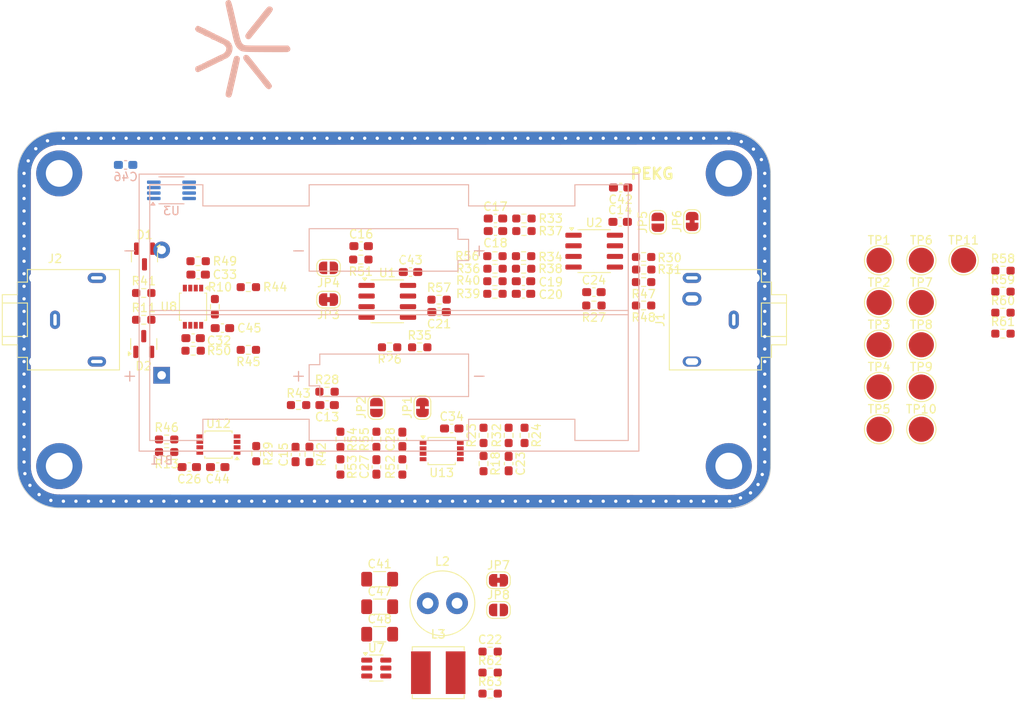
<source format=kicad_pcb>
(kicad_pcb (version 20241229) (generator "pcbnew") (generator_version "9.0")
  (layers (0 "F.Cu" signal) (2 "B.Cu" signal) (13 "F.Paste" user) (15 "B.Paste" user) (5 "F.SilkS" user "F.Silkscreen") (7 "B.SilkS" user "B.Silkscreen") (1 "F.Mask" user) (3 "B.Mask" user) (25 "Edge.Cuts" user))
  (net 0 "")
  (net 1 "GND")
  (net 2 "Net-(JP2-A)")
  (net 3 "/BOTTOM")
  (net 4 "/TOP")
  (net 5 "Net-(U1A--)")
  (net 6 "VBUS")
  (net 7 "2.5V")
  (net 8 "Net-(U13A-+)")
  (net 9 "Net-(U8B--)")
  (net 10 "Net-(U8A--)")
  (net 11 "Net-(U13A--)")
  (net 12 "DC_COMPENSATION")
  (net 13 "RIGHT_LEG_DRIVE")
  (net 14 "COMMON_INPUT_LEVEL")
  (net 15 "Net-(JP4-A)")
  (net 16 "Net-(C17-Pad1)")
  (net 17 "Net-(R13-Pad1)")
  (net 18 "GAIN_500_OUTPUT")
  (net 19 "Net-(U1B--)")
  (net 20 "LEVELED_OUTPUT")
  (net 22 "VBAT")
  (net 23 "Earth")
  (net 24 "Net-(JP8-A)")
  (net 25 "Net-(U7-EN)")
  (net 26 "Net-(U7-SW)")
  (net 27 "Net-(U2B-+)")
  (net 28 "/LA_IN")
  (net 29 "Net-(U12A-+)")
  (net 30 "Net-(U12A--)")
  (net 31 "LEFT_ARM")
  (net 32 "RIGHT_ARM")
  (net 33 "GAIN_5000_OUTPUT")
  (net 34 "Net-(U13B-+)")
  (net 35 "/RA_IN")
  (net 36 "Net-(C19-Pad2)")
  (net 37 "Net-(U7-FB)")
  (net 38 "Net-(JP5-A)")
  (net 39 "Net-(U2A--)")
  (net 40 "FIL_OUT")
  (net 41 "Net-(U2B--)")
  (net 42 "GAIN_50_OUTPUT")
  (footprint "Capacitor_SMD:C_0603_1608Metric_Pad1.08x0.95mm_HandSolder" (layer "F.Cu") (at 146 136.8 90)
    (property "Reference" "C28" (at 0 -1.43 90) (layer "F.SilkS"))
    (property "Value" "10u")
    (pad "1" smd roundrect (at -0.8625 0 90) (size 1.075 0.95) (layers "F.Cu" "F.Mask" "F.Paste") (net 11 "Net-(U13A--)"))
    (pad "2" smd roundrect (at 0.8625 0 90) (size 1.075 0.95) (layers "F.Cu" "F.Mask" "F.Paste") (net 2 "Net-(JP2-A)"))
  )
  (footprint "Capacitor_SMD:C_0603_1608Metric_Pad1.08x0.95mm_HandSolder" (layer "F.Cu") (at 158.7 139.7 -90)
    (property "Reference" "C23" (at 0 -1.43 90) (layer "F.SilkS"))
    (property "Value" "10u")
    (pad "1" smd roundrect (at -0.8625 0 270) (size 1.075 0.95) (layers "F.Cu" "F.Mask" "F.Paste") (net 34 "Net-(U13B-+)"))
    (pad "2" smd roundrect (at 0.8625 0 270) (size 1.075 0.95) (layers "F.Cu" "F.Mask" "F.Paste") (net 1 "GND"))
  )
  (footprint "Resistor_SMD:R_0603_1608Metric_Pad0.98x0.95mm_HandSolder" (layer "F.Cu") (at 121.6 115.5)
    (property "Reference" "R49" (at 3.2 0 0) (layer "F.SilkS"))
    (property "Value" "20k")
    (pad "1" smd roundrect (at -0.9125 0) (size 0.975 0.95) (layers "F.Cu" "F.Mask" "F.Paste") (net 10 "Net-(U8A--)"))
    (pad "2" smd roundrect (at 0.9125 0) (size 0.975 0.95) (layers "F.Cu" "F.Mask" "F.Paste") (net 4 "/TOP"))
  )
  (footprint "Resistor_SMD:R_0603_1608Metric_Pad0.98x0.95mm_HandSolder" (layer "F.Cu") (at 160.4875 114.895)
    (property "Reference" "R34" (at 3.2125 0.1 0) (layer "F.SilkS"))
    (property "Value" "10Meg")
    (pad "1" smd roundrect (at -0.9125 0) (size 0.975 0.95) (layers "F.Cu" "F.Mask" "F.Paste") (net 39 "Net-(U2A--)"))
    (pad "2" smd roundrect (at 0.9125 0) (size 0.975 0.95) (layers "F.Cu" "F.Mask" "F.Paste") (net 36 "Net-(C19-Pad2)"))
  )
  (footprint "Capacitor_SMD:C_0603_1608Metric_Pad1.08x0.95mm_HandSolder" (layer "F.Cu") (at 121 124.7 180)
    (property "Reference" "C32" (at -3.1 -0.3 0) (layer "F.SilkS"))
    (property "Value" "100n")
    (pad "1" smd roundrect (at -0.8625 0 180) (size 1.075 0.95) (layers "F.Cu" "F.Mask" "F.Paste") (net 3 "/BOTTOM"))
    (pad "2" smd roundrect (at 0.8625 0 180) (size 1.075 0.95) (layers "F.Cu" "F.Mask" "F.Paste") (net 9 "Net-(U8B--)"))
  )
  (footprint "MountingHole:MountingHole_3.2mm_M3_ISO14580_Pad_TopBottom" (layer "F.Cu") (at 105 140)
    (property "Reference" "H2" (hide yes))
    (property "Value" "MountingHole" (hide yes))
    (pad "1" thru_hole circle (at 0 0) (size 3.6 3.6) (drill 3.2) (layers "*.Cu" "*.Mask"))
    (pad "1" connect circle (at 0 0) (size 5.5 5.5) (layers "F.Cu" "F.Mask"))
    (pad "1" connect circle (at 0 0) (size 5.5 5.5) (layers "B.Cu" "B.Mask"))
  )
  (footprint "Resistor_SMD:R_0603_1608Metric_Pad0.98x0.95mm_HandSolder" (layer "F.Cu") (at 217.7625 121.65)
    (property "Reference" "R60" (at 0 -1.43 0) (layer "F.SilkS"))
    (property "Value" "1Meg")
    (pad "1" smd roundrect (at -0.9125 0) (size 0.975 0.95) (layers "F.Cu" "F.Mask" "F.Paste") (net 5 "Net-(U1A--)"))
    (pad "2" smd roundrect (at 0.9125 0) (size 0.975 0.95) (layers "F.Cu" "F.Mask" "F.Paste") (net 15 "Net-(JP4-A)"))
  )
  (footprint "Package_TO_SOT_SMD:SOT-23" (layer "F.Cu") (at 115.1 125.4 90)
    (property "Reference" "D2" (at -2.6375 -0.0125 180) (layer "F.SilkS"))
    (property "Value" "BAV99")
    (pad "1" smd roundrect (at -0.9375 -0.95 90) (size 1.475 0.6) (layers "F.Cu" "F.Mask" "F.Paste") (net 1 "GND"))
    (pad "2" smd roundrect (at -0.9375 0.95 90) (size 1.475 0.6) (layers "F.Cu" "F.Mask" "F.Paste") (net 6 "VBUS"))
    (pad "3" smd roundrect (at 0.9375 0 90) (size 1.475 0.6) (layers "F.Cu" "F.Mask" "F.Paste") (net 35 "/RA_IN"))
  )
  (footprint "Capacitor_SMD:C_0603_1608Metric_Pad1.08x0.95mm_HandSolder" (layer "F.Cu") (at 160.475 117.895)
    (property "Reference" "C19" (at 3.2625 0.1 0) (layer "F.SilkS"))
    (property "Value" "10n")
    (pad "1" smd roundrect (at -0.8625 0) (size 1.075 0.95) (layers "F.Cu" "F.Mask" "F.Paste") (net 40 "FIL_OUT"))
    (pad "2" smd roundrect (at 0.8625 0) (size 1.075 0.95) (layers "F.Cu" "F.Mask" "F.Paste") (net 36 "Net-(C19-Pad2)"))
  )
  (footprint "Resistor_SMD:R_0603_1608Metric_Pad0.98x0.95mm_HandSolder" (layer "F.Cu") (at 127.6 118.6)
    (property "Reference" "R44" (at 3.2 0 0) (layer "F.SilkS"))
    (property "Value" "1k")
    (pad "1" smd roundrect (at -0.9125 0) (size 0.975 0.95) (layers "F.Cu" "F.Mask" "F.Paste") (net 4 "/TOP"))
    (pad "2" smd roundrect (at 0.9125 0) (size 0.975 0.95) (layers "F.Cu" "F.Mask" "F.Paste") (net 14 "COMMON_INPUT_LEVEL"))
  )
  (footprint "Resistor_SMD:R_0603_1608Metric_Pad0.98x0.95mm_HandSolder" (layer "F.Cu") (at 158.7 136.325 90)
    (property "Reference" "R32" (at 0 -1.43 90) (layer "F.SilkS"))
    (property "Value" "100k")
    (pad "1" smd roundrect (at -0.9125 0 90) (size 0.975 0.95) (layers "F.Cu" "F.Mask" "F.Paste") (net 34 "Net-(U13B-+)"))
    (pad "2" smd roundrect (at 0.9125 0 90) (size 0.975 0.95) (layers "F.Cu" "F.Mask" "F.Paste") (net 6 "VBUS"))
  )
  (footprint "Resistor_SMD:R_0603_1608Metric_Pad0.98x0.95mm_HandSolder" (layer "F.Cu") (at 138.6 136.8 -90)
    (property "Reference" "R54" (at 0 -1.43 90) (layer "F.SilkS"))
    (property "Value" "100k")
    (pad "1" smd roundrect (at -0.9125 0 270) (size 0.975 0.95) (layers "F.Cu" "F.Mask" "F.Paste") (net 3 "/BOTTOM"))
    (pad "2" smd roundrect (at 0.9125 0 270) (size 0.975 0.95) (layers "F.Cu" "F.Mask" "F.Paste") (net 11 "Net-(U13A--)"))
  )
  (footprint "Resistor_SMD:R_0603_1608Metric_Pad0.98x0.95mm_HandSolder" (layer "F.Cu") (at 148.075 125.795)
    (property "Reference" "R35" (at 0 -1.43 0) (layer "F.SilkS"))
    (property "Value" "10k")
    (pad "1" smd roundrect (at -0.9125 0) (size 0.975 0.95) (layers "F.Cu" "F.Mask" "F.Paste") (net 7 "2.5V"))
    (pad "2" smd roundrect (at 0.9125 0) (size 0.975 0.95) (layers "F.Cu" "F.Mask" "F.Paste") (net 19 "Net-(U1B--)"))
  )
  (footprint "Resistor_SMD:R_0603_1608Metric_Pad0.98x0.95mm_HandSolder" (layer "F.Cu") (at 127.6 126.1 180)
    (property "Reference" "R45" (at 0 -1.43 0) (layer "F.SilkS"))
    (property "Value" "1k")
    (pad "1" smd roundrect (at -0.9125 0 180) (size 0.975 0.95) (layers "F.Cu" "F.Mask" "F.Paste") (net 14 "COMMON_INPUT_LEVEL"))
    (pad "2" smd roundrect (at 0.9125 0 180) (size 0.975 0.95) (layers "F.Cu" "F.Mask" "F.Paste") (net 3 "/BOTTOM"))
  )
  (footprint "Capacitor_SMD:C_0603_1608Metric_Pad1.08x0.95mm_HandSolder" (layer "F.Cu") (at 150.3875 121.575 180)
    (property "Reference" "C21" (at 0 -1.43 0) (layer "F.SilkS"))
    (property "Value" "10n")
    (pad "1" smd roundrect (at -0.8625 0 180) (size 1.075 0.95) (layers "F.Cu" "F.Mask" "F.Paste") (net 18 "GAIN_500_OUTPUT"))
    (pad "2" smd roundrect (at 0.8625 0 180) (size 1.075 0.95) (layers "F.Cu" "F.Mask" "F.Paste") (net 19 "Net-(U1B--)"))
  )
  (footprint "Resistor_SMD:R_0603_1608Metric_Pad0.98x0.95mm_HandSolder" (layer "F.Cu") (at 138.6 140.1 90)
    (property "Reference" "R53" (at 0 1.4 90) (layer "F.SilkS"))
    (property "Value" "100k")
    (pad "1" smd roundrect (at -0.9125 0 90) (size 0.975 0.95) (layers "F.Cu" "F.Mask" "F.Paste") (net 4 "/TOP"))
    (pad "2" smd roundrect (at 0.9125 0 90) (size 0.975 0.95) (layers "F.Cu" "F.Mask" "F.Paste") (net 8 "Net-(U13A-+)"))
  )
  (footprint "Capacitor_SMD:C_0603_1608Metric_Pad1.08x0.95mm_HandSolder" (layer "F.Cu") (at 137.0125 132.7 180)
    (property "Reference" "C13" (at 0 -1.43 0) (layer "F.SilkS"))
    (property "Value" "10n")
    (pad "1" smd roundrect (at -0.8625 0 180) (size 1.075 0.95) (layers "F.Cu" "F.Mask" "F.Paste") (net 12 "DC_COMPENSATION"))
    (pad "2" smd roundrect (at 0.8625 0 180) (size 1.075 0.95) (layers "F.Cu" "F.Mask" "F.Paste") (net 29 "Net-(U12A-+)"))
  )
  (footprint "Capacitor_SMD:C_0603_1608Metric_Pad1.08x0.95mm_HandSolder" (layer "F.Cu") (at 133.2375 138.615 90)
    (property "Reference" "C15" (at 0 -1.43 90) (layer "F.SilkS"))
    (property "Value" "10n")
    (pad "1" smd roundrect (at -0.8625 0 90) (size 1.075 0.95) (layers "F.Cu" "F.Mask" "F.Paste") (net 18 "GAIN_500_OUTPUT"))
    (pad "2" smd roundrect (at 0.8625 0 90) (size 1.075 0.95) (layers "F.Cu" "F.Mask" "F.Paste") (net 30 "Net-(U12A--)"))
  )
  (footprint "Package_TO_SOT_SMD:SOT-23-6" (layer "F.Cu") (at 142.8875 164.145)
    (property "Reference" "U7" (at 0 -2.4 0) (layer "F.SilkS"))
    (property "Value" "TLV61070ADBVR")
    (pad "1" smd roundrect (at -1.1375 -0.95) (size 1.325 0.6) (layers "F.Cu" "F.Mask" "F.Paste") (net 26 "Net-(U7-SW)"))
    (pad "2" smd roundrect (at -1.1375 0) (size 1.325 0.6) (layers "F.Cu" "F.Mask" "F.Paste") (net 23 "Earth"))
    (pad "3" smd roundrect (at -1.1375 0.95) (size 1.325 0.6) (layers "F.Cu" "F.Mask" "F.Paste") (net 25 "Net-(U7-EN)"))
    (pad "4" smd roundrect (at 1.1375 0.95) (size 1.325 0.6) (layers "F.Cu" "F.Mask" "F.Paste") (net 37 "Net-(U7-FB)"))
    (pad "5" smd roundrect (at 1.1375 0) (size 1.325 0.6) (layers "F.Cu" "F.Mask" "F.Paste") (net 24 "Net-(JP8-A)"))
    (pad "6" smd roundrect (at 1.1375 -0.95) (size 1.325 0.6) (layers "F.Cu" "F.Mask" "F.Paste") (net 25 "Net-(U7-EN)"))
  )
  (footprint "Resistor_SMD:R_0603_1608Metric_Pad0.98x0.95mm_HandSolder" (layer "F.Cu") (at 146 140.1 90)
    (property "Reference" "R52" (at 0 -1.43 90) (layer "F.SilkS"))
    (property "Value" "100k")
    (pad "1" smd roundrect (at -0.9125 0 90) (size 0.975 0.95) (layers "F.Cu" "F.Mask" "F.Paste") (net 7 "2.5V"))
    (pad "2" smd roundrect (at 0.9125 0 90) (size 0.975 0.95) (layers "F.Cu" "F.Mask" "F.Paste") (net 8 "Net-(U13A-+)"))
  )
  (footprint "Connector_Audio:Jack_3.5mm_CUI_SJ1-3524N_Horizontal" (layer "F.Cu") (at 185.6 122.5 90)
    (property "Reference" "J1" (at 0 -8.8 90) (layer "F.SilkS"))
    (property "Value" "AudioJack4")
    (pad "" np_thru_hole circle (at -5 0 90) (size 1.2 1.2) (drill 1.2) (layers "*.Cu" "*.Mask"))
    (pad "" np_thru_hole circle (at -5 2.5 90) (size 1.2 1.2) (drill 1.2) (layers "*.Cu" "*.Mask"))
    (pad "" np_thru_hole circle (at 0 -5 90) (size 1.2 1.2) (drill 1.2) (layers "*.Cu" "*.Mask"))
    (pad "" np_thru_hole circle (at 5 0 90) (size 1.2 1.2) (drill 1.2) (layers "*.Cu" "*.Mask"))
    (pad "" np_thru_hole circle (at 5 2.5 90) (size 1.2 1.2) (drill 1.2) (layers "*.Cu" "*.Mask"))
    (pad "R" thru_hole oval (at -5 -5 90) (size 1.2 2.2) (drill oval 0.8 1.5) (layers "*.Cu" "*.Mask"))
    (pad "S" thru_hole oval (at 0 0 90) (size 2.2 1.2) (drill oval 1.4 0.4) (layers "*.Cu" "*.Mask") (net 1 "GND"))
    (pad "T" thru_hole oval (at 5 -5 270) (size 1.2 2.2) (drill oval 0.4 1.4) (layers "*.Cu" "*.Mask"))
    (pad "TN" thru_hole oval (at 2.5 -5 270) (size 1.6 2.3) (drill oval 0.8 1.5) (layers "*.Cu" "*.Mask"))
  )
  (footprint "MountingHole:MountingHole_3.2mm_M3_ISO14580_Pad_TopBottom" (layer "F.Cu") (at 185 105)
    (property "Reference" "H3" (hide yes))
    (property "Value" "MountingHole" (hide yes))
    (pad "1" thru_hole circle (at 0 0) (size 3.6 3.6) (drill 3.2) (layers "*.Cu" "*.Mask"))
    (pad "1" connect circle (at 0 0) (size 5.5 5.5) (layers "F.Cu" "F.Mask"))
    (pad "1" connect circle (at 0 0) (size 5.5 5.5) (layers "B.Cu" "B.Mask"))
  )
  (footprint "Resistor_SMD:R_0603_1608Metric_Pad0.98x0.95mm_HandSolder" (layer "F.Cu") (at 160.6 136.325 -90)
    (property "Reference" "R24" (at 0 -1.43 90) (layer "F.SilkS"))
    (property "Value" "100k")
    (pad "1" smd roundrect (at -0.9125 0 270) (size 0.975 0.95) (layers "F.Cu" "F.Mask" "F.Paste") (net 6 "VBUS"))
    (pad "2" smd roundrect (at 0.9125 0 270) (size 0.975 0.95) (layers "F.Cu" "F.Mask" "F.Paste") (net 34 "Net-(U13B-+)"))
  )
  (footprint "Capacitor_SMD:C_0603_1608Metric_Pad1.08x0.95mm_HandSolder" (layer "F.Cu") (at 142.9 140.1 90)
    (property "Reference" "C27" (at 0 -1.43 90) (layer "F.SilkS"))
    (property "Value" "10u")
    (pad "1" smd roundrect (at -0.8625 0 90) (size 1.075 0.95) (layers "F.Cu" "F.Mask" "F.Paste") (net 7 "2.5V"))
    (pad "2" smd roundrect (at 0.8625 0 90) (size 1.075 0.95) (layers "F.Cu" "F.Mask" "F.Paste") (net 8 "Net-(U13A-+)"))
  )
  (footprint "Jumper:SolderJumper-2_P1.3mm_Open_RoundedPad1.0x1.5mm" (layer "F.Cu") (at 176.525 110.845 90)
    (property "Reference" "JP5" (at 0 -1.8 90) (layer "F.SilkS"))
    (property "Value" "Jumper_2_Open")
    (pad "1" smd custom (at -0.65 0 90) (size 1 0.5) (layers "F.Cu" "F.Mask") (net 38 "Net-(JP5-A)") (options (clearance outline) (anchor rect)) (primitives (gr_circle (center 0 0.25) (end 0.5 0.25) (width 0) (fill yes)) (gr_circle (center 0 -0.25) (end 0.5 -0.25) (width 0) (fill yes)) (gr_poly (pts (xy 0.5 0.75) (xy 0 0.75) (xy 0 -0.75) (xy 0.5 -0.75)) (width 0) (fill yes))))
    (pad "2" smd custom (at 0.65 0 90) (size 1 0.5) (layers "F.Cu" "F.Mask") (net 20 "LEVELED_OUTPUT") (options (clearance outline) (anchor rect)) (primitives (gr_circle (center 0 0.25) (end 0.5 0.25) (width 0) (fill yes)) (gr_circle (center 0 -0.25) (end 0.5 -0.25) (width 0) (fill yes)) (gr_poly (pts (xy 0 0.75) (xy -0.5 0.75) (xy -0.5 -0.75) (xy 0 -0.75)) (width 0) (fill yes))))
  )
  (footprint "Resistor_SMD:R_1206_3216Metric_Pad1.30x1.75mm_HandSolder" (layer "F.Cu") (at 143.2875 153.52)
    (property "Reference" "C41" (at 0 -1.82 0) (layer "F.SilkS"))
    (property "Value" "10u")
    (pad "1" smd roundrect (at -1.55 0) (size 1.3 1.75) (layers "F.Cu" "F.Mask" "F.Paste") (roundrect_rratio 0.192308) (net 23 "Earth"))
    (pad "2" smd roundrect (at 1.55 0) (size 1.3 1.75) (layers "F.Cu" "F.Mask" "F.Paste") (roundrect_rratio 0.192308) (net 24 "Net-(JP8-A)"))
  )
  (footprint "Jumper:SolderJumper-2_P1.3mm_Bridged_RoundedPad1.0x1.5mm" (layer "F.Cu") (at 148.4 133 90)
    (property "Reference" "JP1" (at 0 -1.8 90) (layer "F.SilkS"))
    (property "Value" "Jumper_2_Bridged")
    (fp_poly (pts (xy 0.25 -0.3) (xy -0.25 -0.3) (xy -0.25 0.3) (xy 0.25 0.3)) (fill yes) (layer "F.Cu"))
    (pad "1" smd custom (at -0.65 0 90) (size 1 0.5) (layers "F.Cu" "F.Mask") (net 7 "2.5V") (options (clearance outline) (anchor rect)) (primitives (gr_circle (center 0 0.25) (end 0.5 0.25) (width 0) (fill yes)) (gr_circle (center 0 -0.25) (end 0.5 -0.25) (width 0) (fill yes)) (gr_poly (pts (xy 0.5 0.75) (xy 0 0.75) (xy 0 -0.75) (xy 0.5 -0.75)) (width 0) (fill yes))))
    (pad "2" smd custom (at 0.65 0 90) (size 1 0.5) (layers "F.Cu" "F.Mask") (net 12 "DC_COMPENSATION") (options (clearance outline) (anchor rect)) (primitives (gr_circle (center 0 0.25) (end 0.5 0.25) (width 0) (fill yes)) (gr_circle (center 0 -0.25) (end 0.5 -0.25) (width 0) (fill yes)) (gr_poly (pts (xy 0 0.75) (xy -0.5 0.75) (xy -0.5 -0.75) (xy 0 -0.75)) (width 0) (fill yes))))
  )
  (footprint "TestPoint:TestPoint_Pad_D3.0mm" (layer "F.Cu") (at 202.9625 130.54)
    (property "Reference" "TP4" (at 0 -2.398 0) (layer "F.SilkS"))
    (property "Value" "TestPoint")
    (pad "1" smd circle (at 0 0) (size 3 3) (layers "F.Cu" "F.Mask") (net 18 "GAIN_500_OUTPUT"))
  )
  (footprint "TestPoint:TestPoint_Pad_D3.0mm" (layer "F.Cu") (at 202.9625 120.44)
    (property "Reference" "TP2" (at 0 -2.398 0) (layer "F.SilkS"))
    (property "Value" "TestPoint")
    (pad "1" smd circle (at 0 0) (size 3 3) (layers "F.Cu" "F.Mask") (net 40 "FIL_OUT"))
  )
  (footprint "TestPoint:TestPoint_Pad_D3.0mm" (layer "F.Cu") (at 208.0125 120.44)
    (property "Reference" "TP7" (at 0 -2.398 0) (layer "F.SilkS"))
    (property "Value" "TestPoint")
    (pad "1" smd circle (at 0 0) (size 3 3) (layers "F.Cu" "F.Mask") (net 14 "COMMON_INPUT_LEVEL"))
  )
  (footprint "Resistor_SMD:R_0603_1608Metric_Pad0.98x0.95mm_HandSolder" (layer "F.Cu") (at 133.6 132.7)
    (property "Reference" "R43" (at 0 -1.4 0) (layer "F.SilkS"))
    (property "Value" "1k")
    (pad "1" smd roundrect (at -0.9125 0) (size 0.975 0.95) (layers "F.Cu" "F.Mask" "F.Paste") (net 4 "/TOP"))
    (pad "2" smd roundrect (at 0.9125 0) (size 0.975 0.95) (layers "F.Cu" "F.Mask" "F.Paste") (net 29 "Net-(U12A-+)"))
  )
  (footprint "Inductor_THT:L_Radial_D7.5mm_P3.50mm_Fastron_07P" (layer "F.Cu") (at 149.0375 156.4)
    (property "Reference" "L2" (at 1.75 -5 0) (layer "F.SilkS"))
    (property "Value" "4.7u")
    (pad "1" thru_hole circle (at 0 0) (size 2.6 2.6) (drill 1.3) (layers "*.Cu" "*.Mask") (net 25 "Net-(U7-EN)"))
    (pad "2" thru_hole circle (at 3.5 0) (size 2.6 2.6) (drill 1.3) (layers "*.Cu" "*.Mask") (net 26 "Net-(U7-SW)"))
  )
  (footprint "Resistor_SMD:R_1206_3216Metric_Pad1.30x1.75mm_HandSolder" (layer "F.Cu") (at 143.2875 156.81)
    (property "Reference" "C47" (at 0 -1.82 0) (layer "F.SilkS"))
    (property "Value" "10u")
    (pad "1" smd roundrect (at -1.55 0) (size 1.3 1.75) (layers "F.Cu" "F.Mask" "F.Paste") (roundrect_rratio 0.192308) (net 23 "Earth"))
    (pad "2" smd roundrect (at 1.55 0) (size 1.3 1.75) (layers "F.Cu" "F.Mask" "F.Paste") (roundrect_rratio 0.192308) (net 25 "Net-(U7-EN)"))
  )
  (footprint "Capacitor_SMD:C_0603_1608Metric_Pad1.08x0.95mm_HandSolder" (layer "F.Cu") (at 160.475 119.395)
    (property "Reference" "C20" (at 3.2625 0.09 0) (layer "F.SilkS"))
    (property "Value" "10n")
    (pad "1" smd roundrect (at -0.8625 0) (size 1.075 0.95) (layers "F.Cu" "F.Mask" "F.Paste") (net 40 "FIL_OUT"))
    (pad "2" smd roundrect (at 0.8625 0) (size 1.075 0.95) (layers "F.Cu" "F.Mask" "F.Paste") (net 36 "Net-(C19-Pad2)"))
  )
  (footprint "Resistor_SMD:R_0603_1608Metric_Pad0.98x0.95mm_HandSolder" (layer "F.Cu") (at 117.8375 136.815)
    (property "Reference" "R46" (at 0 -1.43 0) (layer "F.SilkS"))
    (property "Value" "1k")
    (pad "1" smd roundrect (at -0.9125 0) (size 0.975 0.95) (layers "F.Cu" "F.Mask" "F.Paste") (net 13 "RIGHT_LEG_DRIVE"))
    (pad "2" smd roundrect (at 0.9125 0) (size 0.975 0.95) (layers "F.Cu" "F.Mask" "F.Paste") (net 14 "COMMON_INPUT_LEVEL"))
  )
  (footprint "Resistor_SMD:R_0603_1608Metric_Pad0.98x0.95mm_HandSolder" (layer "F.Cu") (at 155.7 139.7 -90)
    (property "Reference" "R18" (at 0 -1.43 90) (layer "F.SilkS"))
    (property "Value" "100k")
    (pad "1" smd roundrect (at -0.9125 0 270) (size 0.975 0.95) (layers "F.Cu" "F.Mask" "F.Paste") (net 34 "Net-(U13B-+)"))
    (pad "2" smd roundrect (at 0.9125 0 270) (size 0.975 0.95) (layers "F.Cu" "F.Mask" "F.Paste") (net 1 "GND"))
  )
  (footprint "Capacitor_SMD:C_0603_1608Metric_Pad1.08x0.95mm_HandSolder" (layer "F.Cu") (at 151.9 135.5)
    (property "Reference" "C34" (at 0 -1.43 0) (layer "F.SilkS"))
    (property "Value" "100n")
    (pad "1" smd roundrect (at -0.8625 0) (size 1.075 0.95) (layers "F.Cu" "F.Mask" "F.Paste") (net 1 "GND"))
    (pad "2" smd roundrect (at 0.8625 0) (size 1.075 0.95) (layers "F.Cu" "F.Mask" "F.Paste") (net 6 "VBUS"))
  )
  (footprint "Resistor_SMD:R_0603_1608Metric_Pad0.98x0.95mm_HandSolder" (layer "F.Cu") (at 157.075 116.395 180)
    (property "Reference" "R36" (at 3.2125 0 0) (layer "F.SilkS"))
    (property "Value" "330k")
    (pad "1" smd roundrect (at -0.9125 0 180) (size 0.975 0.95) (layers "F.Cu" "F.Mask" "F.Paste") (net 40 "FIL_OUT"))
    (pad "2" smd roundrect (at 0.9125 0 180) (size 0.975 0.95) (layers "F.Cu" "F.Mask" "F.Paste") (net 16 "Net-(C17-Pad1)"))
  )
  (footprint "Resistor_SMD:R_0603_1608Metric_Pad0.98x0.95mm_HandSolder" (layer "F.Cu") (at 217.7625 124.16)
    (property "Reference" "R61" (at 0 -1.43 0) (layer "F.SilkS"))
    (property "Value" "1Meg")
    (pad "1" smd roundrect (at -0.9125 0) (size 0.975 0.95) (layers "F.Cu" "F.Mask" "F.Paste") (net 19 "Net-(U1B--)"))
    (pad "2" smd roundrect (at 0.9125 0) (size 0.975 0.95) (layers "F.Cu" "F.Mask" "F.Paste") (net 18 "GAIN_500_OUTPUT"))
  )
  (footprint "Resistor_SMD:R_0603_1608Metric_Pad0.98x0.95mm_HandSolder" (layer "F.Cu") (at 117.8375 138.315 180)
    (property "Reference" "R13" (at 0 -1.43 0) (layer "F.SilkS"))
    (property "Value" "1")
    (pad "1" smd roundrect (at -0.9125 0 180) (size 0.975 0.95) (layers "F.Cu" "F.Mask" "F.Paste") (net 17 "Net-(R13-Pad1)"))
    (pad "2" smd roundrect (at 0.9125 0 180) (size 0.975 0.95) (layers "F.Cu" "F.Mask" "F.Paste") (net 13 "RIGHT_LEG_DRIVE"))
  )
  (footprint "Capacitor_SMD:C_0603_1608Metric_Pad1.08x0.95mm_HandSolder" (layer "F.Cu") (at 146.975 116.795)
    (property "Reference" "C43" (at 0 -1.43 0) (layer "F.SilkS"))
    (property "Value" "100n")
    (pad "1" smd roundrect (at -0.8625 0) (size 1.075 0.95) (layers "F.Cu" "F.Mask" "F.Paste") (net 1 "GND"))
    (pad "2" smd roundrect (at 0.8625 0) (size 1.075 0.95) (layers "F.Cu" "F.Mask" "F.Paste") (net 6 "VBUS"))
  )
  (footprint "TestPoint:TestPoint_Pad_D3.0mm" (layer "F.Cu") (at 202.9625 125.49)
    (property "Reference" "TP3" (at 0 -2.398 0) (layer "F.SilkS"))
    (property "Value" "TestPoint")
    (pad "1" smd circle (at 0 0) (size 3 3) (layers "F.Cu" "F.Mask") (net 33 "GAIN_5000_OUTPUT"))
  )
  (footprint "Resistor_SMD:R_0603_1608Metric_Pad0.98x0.95mm_HandSolder" (layer "F.Cu") (at 160.525 110.395 180)
    (property "Reference" "R33" (at -3.2 0 0) (layer "F.SilkS"))
    (property "Value" "10Meg")
    (pad "1" smd roundrect (at -0.9125 0 180) (size 0.975 0.95) (layers "F.Cu" "F.Mask" "F.Paste") (net 36 "Net-(C19-Pad2)"))
    (pad "2" smd roundrect (at 0.9125 0 180) (size 0.975 0.95) (layers "F.Cu" "F.Mask" "F.Paste") (net 33 "GAIN_5000_OUTPUT"))
  )
  (footprint "Resistor_SMD:R_0603_1608Metric_Pad0.98x0.95mm_HandSolder" (layer "F.Cu") (at 137 131.1)
    (property "Reference" "R28" (at 0 -1.43 0) (layer "F.SilkS"))
    (property "Value" "100k")
    (pad "1" smd roundrect (at -0.9125 0) (size 0.975 0.95) (layers "F.Cu" "F.Mask" "F.Paste") (net 29 "Net-(U12A-+)"))
    (pad "2" smd roundrect (at 0.9125 0) (size 0.975 0.95) (layers "F.Cu" "F.Mask" "F.Paste") (net 12 "DC_COMPENSATION"))
  )
  (footprint "Resistor_SMD:R_0603_1608Metric_Pad0.98x0.95mm_HandSolder" (layer "F.Cu") (at 123.6 120.9375 90)
    (property "Reference" "R10" (at 2.3375 0.6 0) (layer "F.SilkS"))
    (property "Value" "10k")
    (pad "1" smd roundrect (at -0.9125 0 90) (size 0.975 0.95) (layers "F.Cu" "F.Mask" "F.Paste") (net 9 "Net-(U8B--)"))
    (pad "2" smd roundrect (at 0.9125 0 90) (size 0.975 0.95) (layers "F.Cu" "F.Mask" "F.Paste") (net 10 "Net-(U8A--)"))
  )
  (footprint "Resistor_SMD:R_0603_1608Metric_Pad0.98x0.95mm_HandSolder" (layer "F.Cu") (at 121 126.2 180)
    (property "Reference" "R50" (at -3.1 0 0) (layer "F.SilkS"))
    (property "Value" "20k")
    (pad "1" smd roundrect (at -0.9125 0 180) (size 0.975 0.95) (layers "F.Cu" "F.Mask" "F.Paste") (net 3 "/BOTTOM"))
    (pad "2" smd roundrect (at 0.9125 0 180) (size 0.975 0.95) (layers "F.Cu" "F.Mask" "F.Paste") (net 9 "Net-(U8B--)"))
  )
  (footprint "Resistor_SMD:R_1206_3216Metric_Pad1.30x1.75mm_HandSolder" (layer "F.Cu") (at 143.2875 160.1)
    (property "Reference" "C48" (at 0 -1.82 0) (layer "F.SilkS"))
    (property "Value" "10u")
    (pad "1" smd roundrect (at -1.55 0) (size 1.3 1.75) (layers "F.Cu" "F.Mask" "F.Paste") (roundrect_rratio 0.192308) (net 23 "Earth"))
    (pad "2" smd roundrect (at 1.55 0) (size 1.3 1.75) (layers "F.Cu" "F.Mask" "F.Paste") (roundrect_rratio 0.192308) (net 24 "Net-(JP8-A)"))
  )
  (footprint "Jumper:SolderJumper-2_P1.3mm_Bridged_RoundedPad1.0x1.5mm" (layer "F.Cu") (at 180.625 110.745 90)
    (property "Reference" "JP6" (at 0 -1.8 90) (layer "F.SilkS"))
    (property "Value" "Jumper_2_Bridged")
    (fp_poly (pts (xy 0.25 -0.3) (xy -0.25 -0.3) (xy -0.25 0.3) (xy 0.25 0.3)) (fill yes) (layer "F.Cu"))
    (pad "1" smd custom (at -0.65 0 90) (size 1 0.5) (layers "F.Cu" "F.Mask") (net 40 "FIL_OUT") (options (clearance outline) (anchor rect)) (primitives (gr_circle (center 0 0.25) (end 0.5 0.25) (width 0) (fill yes)) (gr_circle (center 0 -0.25) (end 0.5 -0.25) (width 0) (fill yes)) (gr_poly (pts (xy 0.5 0.75) (xy 0 0.75) (xy 0 -0.75) (xy 0.5 -0.75)) (width 0) (fill yes))))
    (pad "2" smd custom (at 0.65 0 90) (size 1 0.5) (layers "F.Cu" "F.Mask") (net 20 "LEVELED_OUTPUT") (options (clearance outline) (anchor rect)) (primitives (gr_circle (center 0 0.25) (end 0.5 0.25) (width 0) (fill yes)) (gr_circle (center 0 -0.25) (end 0.5 -0.25) (width 0) (fill yes)) (gr_poly (pts (xy 0 0.75) (xy -0.5 0.75) (xy -0.5 -0.75) (xy 0 -0.75)) (width 0) (fill yes))))
  )
  (footprint "Resistor_SMD:R_0603_1608Metric_Pad0.98x0.95mm_HandSolder" (layer "F.Cu") (at 174.825 117.995 180)
    (property "Reference" "R47" (at 0 -1.43 0) (layer "F.SilkS"))
    (property "Value" "20k")
    (pad "1" smd roundrect (at -0.9125 0 180) (size 0.975 0.95) (layers "F.Cu" "F.Mask" "F.Paste") (net 7 "2.5V"))
    (pad "2" smd roundrect (at 0.9125 0 180) (size 0.975 0.95) (layers "F.Cu" "F.Mask" "F.Paste") (net 41 "Net-(U2B--)"))
  )
  (footprint "Resistor_SMD:R_0603_1608Metric_Pad0.98x0.95mm_HandSolder" (layer "F.Cu") (at 155.7 136.325 90)
    (property "Reference" "R23" (at 0 -1.43 90) (layer "F.SilkS"))
    (property "Value" "100k")
    (pad "1" smd roundrect (at -0.9125 0 90) (size 0.975 0.95) (layers "F.Cu" "F.Mask" "F.Paste") (net 34 "Net-(U13B-+)"))
    (pad "2" smd roundrect (at 0.9125 0 90) (size 0.975 0.95) (layers "F.Cu" "F.Mask" "F.Paste") (net 6 "VBUS"))
  )
  (footprint "Capacitor_SMD:C_0603_1608Metric_Pad1.08x0.95mm_HandSolder" (layer "F.Cu") (at 172.025 110.795)
    (property "Reference" "C14" (at 0 -1.43 0) (layer "F.SilkS"))
    (property "Value" "10u")
    (pad "1" smd roundrect (at -0.8625 0) (size 1.075 0.95) (layers "F.Cu" "F.Mask" "F.Paste") (net 6 "VBUS"))
    (pad "2" smd roundrect (at 0.8625 0) (size 1.075 0.95) (layers "F.Cu" "F.Mask" "F.Paste") (net 1 "GND"))
  )
  (footprint "Resistor_SMD:R_0603_1608Metric_Pad0.98x0.95mm_HandSolder" (layer "F.Cu") (at 168.8875 120.795 180)
    (property "Reference" "R27" (at 0 -1.43 0) (layer "F.SilkS"))
    (property "Value" "10k")
    (pad "1" smd roundrect (at -0.9125 0 180) (size 0.975 0.95) (layers "F.Cu" "F.Mask" "F.Paste") (net 41 "Net-(U2B--)"))
    (pad "2" smd roundrect (at 0.9125 0 180) (size 0.975 0.95) (layers "F.Cu" "F.Mask" "F.Paste") (net 38 "Net-(JP5-A)"))
  )
  (footprint "Resistor_SMD:R_0603_1608Metric_Pad0.98x0.95mm_HandSolder" (layer "F.Cu") (at 156.4875 164.69)
    (property "Reference" "R62" (at 0 -1.43 0) (layer "F.SilkS"))
    (property "Value" "10k")
    (pad "1" smd roundrect (at -0.9125 0) (size 0.975 0.95) (layers "F.Cu" "F.Mask" "F.Paste") (net 37 "Net-(U7-FB)"))
    (pad "2" smd roundrect (at 0.9125 0) (size 0.975 0.95) (layers "F.Cu" "F.Mask" "F.Paste") (net 24 "Net-(JP8-A)"))
  )
  (footprint "Jumper:SolderJumper-2_P1.3mm_Bridged_RoundedPad1.0x1.5mm" (layer "F.Cu") (at 137.175 120.095 180)
    (property "Reference" "JP3" (at 0 -1.8 0) (layer "F.SilkS"))
    (property "Value" "Jumper_2_Bridged")
    (fp_poly (pts (xy 0.25 -0.3) (xy -0.25 -0.3) (xy -0.25 0.3) (xy 0.25 0.3)) (fill yes) (layer "F.Cu"))
    (pad "1" smd custom (at -0.65 0 180) (size 1 0.5) (layers "F.Cu" "F.Mask") (net 18 "GAIN_500_OUTPUT") (options (clearance outline) (anchor rect)) (primitives (gr_circle (center 0 0.25) (end 0.5 0.25) (width 0) (fill yes)) (gr_circle (center 0 -0.25) (end 0.5 -0.25) (width 0) (fill yes)) (gr_poly (pts (xy 0.5 0.75) (xy 0 0.75) (xy 0 -0.75) (xy 0.5 -0.75)) (width 0) (fill yes))))
    (pad "2" smd custom (at 0.65 0 180) (size 1 0.5) (layers "F.Cu" "F.Mask") (net 33 "GAIN_5000_OUTPUT") (options (clearance outline) (anchor rect)) (primitives (gr_circle (center 0 0.25) (end 0.5 0.25) (width 0) (fill yes)) (gr_circle (center 0 -0.25) (end 0.5 -0.25) (width 0) (fill yes)) (gr_poly (pts (xy 0 0.75) (xy -0.5 0.75) (xy -0.5 -0.75) (xy 0 -0.75)) (width 0) (fill yes))))
  )
  (footprint "Resistor_SMD:R_0603_1608Metric_Pad0.98x0.95mm_HandSolder" (layer "F.Cu") (at 160.525 111.895 180)
    (property "Reference" "R37" (at -3.2 0 0) (layer "F.SilkS"))
    (property "Value" "330k")
    (pad "1" smd roundrect (at -0.9125 0 180) (size 0.975 0.95) (layers "F.Cu" "F.Mask" "F.Paste") (net 36 "Net-(C19-Pad2)"))
    (pad "2" smd roundrect (at 0.9125 0 180) (size 0.975 0.95) (layers "F.Cu" "F.Mask" "F.Paste") (net 33 "GAIN_5000_OUTPUT"))
  )
  (footprint "Resistor_SMD:R_0603_1608Metric_Pad0.98x0.95mm_HandSolder" (layer "F.Cu") (at 156.4875 162.18)
    (property "Reference" "C22" (at 0 -1.43 0) (layer "F.SilkS"))
    (property "Value" "1u")
    (pad "1" smd roundrect (at -0.9125 0) (size 0.975 0.95) (layers "F.Cu" "F.Mask" "F.Paste") (net 23 "Earth"))
    (pad "2" smd roundrect (at 0.9125 0) (size 0.975 0.95) (layers "F.Cu" "F.Mask" "F.Paste") (net 24 "Net-(JP8-A)"))
  )
  (footprint "TestPoint:TestPoint_Pad_D3.0mm" (layer "F.Cu") (at 202.9625 115.39)
    (property "Reference" "TP1" (at 0 -2.398 0) (layer "F.SilkS"))
    (property "Value" "TestPoint")
    (pad "1" smd circle (at 0 0) (size 3 3) (layers "F.Cu" "F.Mask") (net 20 "LEVELED_OUTPUT"))
  )
  (footprint "Resistor_SMD:R_0603_1608Metric_Pad0.98x0.95mm_HandSolder" (layer "F.Cu") (at 128.5375 138.515 -90)
    (property "Reference" "R29" (at 0 -1.43 90) (layer "F.SilkS"))
    (property "Value" "100k")
    (pad "1" smd roundrect (at -0.9125 0 270) (size 0.975 0.95) (layers "F.Cu" "F.Mask" "F.Paste") (net 30 "Net-(U12A--)"))
    (pad "2" smd roundrect (at 0.9125 0 270) (size 0.975 0.95) (layers "F.Cu" "F.Mask" "F.Paste") (net 18 "GAIN_500_OUTPUT"))
  )
  (footprint "MountingHole:MountingHole_3.2mm_M3_ISO14580_Pad_TopBottom" (layer "F.Cu") (at 105 105)
    (property "Reference" "H1" (hide yes))
    (property "Value" "MountingHole" (hide yes))
    (pad "1" thru_hole circle (at 0 0) (size 3.6 3.6) (drill 3.2) (layers "*.Cu" "*.Mask"))
    (pad "1" connect circle (at 0 0) (size 5.5 5.5) (layers "F.Cu" "F.Mask"))
    (pad "1" connect circle (at 0 0) (size 5.5 5.5) (layers "B.Cu" "B.Mask"))
  )
  (footprint "Package_SO:OnSemi_Micro8" (layer "F.Cu") (at 120.9875 120.9375 -90)
    (property "Reference" "U8" (at 0 2.9 180) (layer "F.SilkS"))
    (property "Value" "NCS21802DMR2G")
    (pad "1" smd rect (at -2.225 -0.975 270) (size 0.8 0.48) (layers "F.Cu" "F.Mask" "F.Paste") (net 4 "/TOP"))
    (pad "2" smd rect (at -2.225 -0.325 270) (size 0.8 0.48) (layers "F.Cu" "F.Mask" "F.Paste") (net 10 "Net-(U8A--)"))
    (pad "3" smd rect (at -2.225 0.325 270) (size 0.8 0.48) (layers "F.Cu" "F.Mask" "F.Paste") (net 28 "/LA_IN"))
    (pad "4" smd rect (at -2.225 0.975 270) (size 0.8 0.48) (layers "F.Cu" "F.Mask" "F.Paste") (net 1 "GND"))
    (pad "5" smd rect (at 2.225 0.975 270) (size 0.8 0.48) (layers "F.Cu" "F.Mask" "F.Paste") (net 35 "/RA_IN"))
    (pad "6" smd rect (at 2.225 0.325 270) (size 0.8 0.48) (layers "F.Cu" "F.Mask" "F.Paste") (net 9 "Net-(U8B--)"))
    (pad "7" smd rect (at 2.225 -0.325 270) (size 0.8 0.48) (layers "F.Cu" "F.Mask" "F.Paste") (net 3 "/BOTTOM"))
    (pad "8" smd rect (at 2.225 -0.975 270) (size 0.8 0.48) (layers "F.Cu" "F.Mask" "F.Paste") (net 6 "VBUS"))
  )
  (footprint "Capacitor_SMD:C_0603_1608Metric_Pad1.08x0.95mm_HandSolder" (layer "F.Cu") (at 123.9375 140.115 180)
    (property "Reference" "C44" (at 0 -1.43 0) (layer "F.SilkS"))
    (property "Value" "100n")
    (pad "1" smd roundrect (at -0.8625 0 180) (size 1.075 0.95) (layers "F.Cu" "F.Mask" "F.Paste") (net 1 "GND"))
    (pad "2" smd roundrect (at 0.8625 0 180) (size 1.075 0.95) (layers "F.Cu" "F.Mask" "F.Paste") (net 6 "VBUS"))
  )
  (footprint "Resistor_SMD:R_0603_1608Metric_Pad0.98x0.95mm_HandSolder" (layer "F.Cu") (at 217.7625 116.63)
    (property "Reference" "R58" (at 0 -1.43 0) (layer "F.SilkS"))
    (property "Value" "330k")
    (pad "1" smd roundrect (at -0.9125 0) (size 0.975 0.95) (layers "F.Cu" "F.Mask" "F.Paste") (net 40 "FIL_OUT"))
    (pad "2" smd roundrect (at 0.9125 0) (size 0.975 0.95) (layers "F.Cu" "F.Mask" "F.Paste") (net 39 "Net-(U2A--)"))
  )
  (footprint "Resistor_SMD:R_0603_1608Metric_Pad0.98x0.95mm_HandSolder" (layer "F.Cu") (at 142.9 136.8 90)
    (property "Reference" "R55" (at 0 -1.43 90) (layer "F.SilkS"))
    (property "Value" "100k")
    (pad "1" smd roundrect (at -0.9125 0 90) (size 0.975 0.95) (layers "F.Cu" "F.Mask" "F.Paste") (net 11 "Net-(U13A--)"))
    (pad "2" smd roundrect (at 0.9125 0 90) (size 0.975 0.95) (layers "F.Cu" "F.Mask" "F.Paste") (net 2 "Net-(JP2-A)"))
  )
  (footprint "Capacitor_SMD:C_0603_1608Metric_Pad1.08x0.95mm_HandSolder" (layer "F.Cu") (at 168.8875 119.195)
    (property "Reference" "C24" (at 0 -1.43 0) (layer "F.SilkS"))
    (property "Value" "10n")
    (pad "1" smd roundrect (at -0.8625 0) (size 1.075 0.95) (layers "F.Cu" "F.Mask" "F.Paste") (net 38 "Net-(JP5-A)"))
    (pad "2" smd roundrect (at 0.8625 0) (size 1.075 0.95) (layers "F.Cu" "F.Mask" "F.Paste") (net 41 "Net-(U2B--)"))
  )
  (footprint "Capacitor_SMD:C_0603_1608Metric_Pad1.08x0.95mm_HandSolder" (layer "F.Cu") (at 120.5375 140.115 180)
    (property "Reference" "C26" (at 0 -1.43 0) (layer "F.SilkS"))
    (property "Value" "10u")
    (pad "1" smd roundrect (at -0.8625 0 180) (size 1.075 0.95) (layers "F.Cu" "F.Mask" "F.Paste") (net 6 "VBUS"))
    (pad "2" smd roundrect (at 0.8625 0 180) (size 1.075 0.95) (layers "F.Cu" "F.Mask" "F.Paste") (net 1 "GND"))
  )
  (footprint "Jumper:SolderJumper-2_P1.3mm_Open_RoundedPad1.0x1.5mm" (layer "F.Cu") (at 157.4875 157.2)
    (property "Reference" "JP8" (at 0 -1.8 0) (layer "F.SilkS"))
    (property "Value" "Jumper_2_Open")
    (pad "1" smd custom (at -0.65 0) (size 1 0.5) (layers "F.Cu" "F.Mask") (net 24 "Net-(JP8-A)") (options (clearance outline) (anchor rect)) (primitives (gr_circle (center 0 0.25) (end 0.5 0.25) (width 0) (fill yes)) (gr_circle (center 0 -0.25) (end 0.5 -0.25) (width 0) (fill yes)) (gr_poly (pts (xy 0.5 0.75) (xy 0 0.75) (xy 0 -0.75) (xy 0.5 -0.75)) (width 0) (fill yes))))
    (pad "2" smd custom (at 0.65 0) (size 1 0.5) (layers "F.Cu" "F.Mask") (net 6 "VBUS") (options (clearance outline) (anchor rect)) (primitives (gr_circle (center 0 0.25) (end 0.5 0.25) (width 0) (fill yes)) (gr_circle (center 0 -0.25) (end 0.5 -0.25) (width 0) (fill yes)) (gr_poly (pts (xy 0 0.75) (xy -0.5 0.75) (xy -0.5 -0.75) (xy 0 -0.75)) (width 0) (fill yes))))
  )
  (footprint "Resistor_SMD:R_0603_1608Metric_Pad0.98x0.95mm_HandSolder" (layer "F.Cu") (at 174.825 120.795 180)
    (property "Reference" "R48" (at 0 -1.43 0) (layer "F.SilkS"))
    (property "Value" "20k")
    (pad "1" smd roundrect (at -0.9125 0 180) (size 0.975 0.95) (layers "F.Cu" "F.Mask" "F.Paste") (net 6 "VBUS"))
    (pad "2" smd roundrect (at 0.9125 0 180) (size 0.975 0.95) (layers "F.Cu" "F.Mask" "F.Paste") (net 41 "Net-(U2B--)"))
  )
  (footprint "TestPoint:TestPoint_Pad_D3.0mm" (layer "F.Cu") (at 208.0125 115.39)
    (property "Reference" "TP6" (at 0 -2.398 0) (layer "F.SilkS"))
    (property "Value" "TestPoint")
    (pad "1" smd circle (at 0 0) (size 3 3) (layers "F.Cu" "F.Mask") (net 3 "/BOTTOM"))
  )
  (footprint "MountingHole:MountingHole_3.2mm_M3_ISO14580_Pad_TopBottom" (layer "F.Cu") (at 185 140)
    (property "Reference" "H4" (hide yes))
    (property "Value" "MountingHole" (hide yes))
    (pad "1" thru_hole circle (at 0 0) (size 3.6 3.6) (drill 3.2) (layers "*.Cu" "*.Mask"))
    (pad "1" connect circle (at 0 0) (size 5.5 5.5) (layers "F.Cu" "F.Mask"))
    (pad "1" connect circle (at 0 0) (size 5.5 5.5) (layers "B.Cu" "B.Mask"))
  )
  (footprint "Resistor_SMD:R_0603_1608Metric_Pad0.98x0.95mm_HandSolder" (layer "F.Cu") (at 141.0375 115.3 180)
    (property "Reference" "R51" (at 0 -1.43 0) (layer "F.SilkS"))
    (property "Value" "100k")
    (pad "1" smd roundrect (at -0.9125 0 180) (size 0.975 0.95) (layers "F.Cu" "F.Mask" "F.Paste") (net 5 "Net-(U1A--)"))
    (pad "2" smd roundrect (at 0.9125 0 180) (size 0.975 0.95) (layers "F.Cu" "F.Mask" "F.Paste") (net 15 "Net-(JP4-A)"))
  )
  (footprint "TestPoint:TestPoint_Pad_D3.0mm" (layer "F.Cu") (at 208.0125 125.49)
    (property "Reference" "TP8" (at 0 -2.398 0) (layer "F.SilkS"))
    (property "Value" "TestPoint")
    (pad "1" smd circle (at 0 0) (size 3 3) (layers "F.Cu" "F.Mask") (net 13 "RIGHT_LEG_DRIVE"))
  )
  (footprint "Package_TO_SOT_SMD:SOT-23" (layer "F.Cu") (at 115.1875 114.9375 -90)
    (property "Reference" "D1" (at -2.6 0 0) (layer "F.SilkS"))
    (property "Value" "BAV99")
    (pad "1" smd roundrect (at -0.9375 -0.95 270) (size 1.475 0.6) (layers "F.Cu" "F.Mask" "F.Paste") (net 1 "GND"))
    (pad "2" smd roundrect (at -0.9375 0.95 270) (size 1.475 0.6) (layers "F.Cu" "F.Mask" "F.Paste") (net 6 "VBUS"))
    (pad "3" smd roundrect (at 0.9375 0 270) (size 1.475 0.6) (layers "F.Cu" "F.Mask" "F.Paste") (net 28 "/LA_IN"))
  )
  (footprint "Package_SO:SOIC-8_3.9x4.9mm_P1.27mm" (layer "F.Cu") (at 144.2 120.3)
    (property "Reference" "U1" (at 0 -3.4 0) (layer "F.SilkS"))
    (property "Value" "TL072")
    (pad "1" smd roundrect (at -2.475 -1.905) (size 1.95 0.6) (layers "F.Cu" "F.Mask" "F.Paste") (net 15 "Net-(JP4-A)"))
    (pad "2" smd roundrect (at -2.475 -0.635) (size 1.95 0.6) (layers "F.Cu" "F.Mask" "F.Paste") (net 5 "Net-(U1A--)"))
    (pad "3" smd roundrect (at -2.475 0.635) (size 1.95 0.6) (layers "F.Cu" "F.Mask" "F.Paste") (net 18 "GAIN_500_OUTPUT"))
    (pad "4" smd roundrect (at -2.475 1.905) (size 1.95 0.6) (layers "F.Cu" "F.Mask" "F.Paste") (net 1 "GND"))
    (pad "5" smd roundrect (at 2.475 1.905) (size 1.95 0.6) (layers "F.Cu" "F.Mask" "F.Paste") (net 42 "GAIN_50_OUTPUT"))
    (pad "6" smd roundrect (at 2.475 0.635) (size 1.95 0.6) (layers "F.Cu" "F.Mask" "F.Paste") (net 19 "Net-(U1B--)"))
    (pad "7" smd roundrect (at 2.475 -0.635) (size 1.95 0.6) (layers "F.Cu" "F.Mask" "F.Paste") (net 18 "GAIN_500_OUTPUT"))
    (pad "8" smd roundrect (at 2.475 -1.905) (size 1.95 0.6) (layers "F.Cu" "F.Mask" "F.Paste") (net 6 "VBUS"))
  )
  (footprint "Jumper:SolderJumper-2_P1.3mm_Open_RoundedPad1.0x1.5mm" (layer "F.Cu") (at 142.9 133 90)
    (property "Reference" "JP2" (at 0 -1.8 90) (layer "F.SilkS"))
    (property "Value" "Jumper_2_Open")
    (pad "1" smd custom (at -0.65 0 90) (size 1 0.5) (layers "F.Cu" "F.Mask") (net 2 "Net-(JP2-A)") (options (clearance outline) (anchor rect)) (primitives (gr_circle (center 0 0.25) (end 0.5 0.25) (width 0) (fill yes)) (gr_circle (center 0 -0.25) (end 0.5 -0.25) (width 0) (fill yes)) (gr_poly (pts (xy 0.5 0.75) (xy 0 0.75) (xy 0 -0.75) (xy 0.5 -0.75)) (width 0) (fill yes))))
    (pad "2" smd custom (at 0.65 0 90) (size 1 0.5) (layers "F.Cu" "F.Mask") (net 12 "DC_COMPENSATION") (options (clearance outline) (anchor rect)) (primitives (gr_circle (center 0 0.25) (end 0.5 0.25) (width 0) (fill yes)) (gr_circle (center 0 -0.25) (end 0.5 -0.25) (width 0) (fill yes)) (gr_poly (pts (xy 0 0.75) (xy -0.5 0.75) (xy -0.5 -0.75) (xy 0 -0.75)) (width 0) (fill yes))))
  )
  (footprint "Resistor_SMD:R_0603_1608Metric_Pad0.98x0.95mm_HandSolder" (layer "F.Cu") (at 174.8375 116.495 180)
    (property "Reference" "R31" (at -3.0875 0 0) (layer "F.SilkS"))
    (property "Value" "10k")
    (pad "1" smd roundrect (at -0.9125 0 180) (size 0.975 0.95) (layers "F.Cu" "F.Mask" "F.Paste") (net 7 "2.5V"))
    (pad "2" smd roundrect (at 0.9125 0 180) (size 0.975 0.95) (layers "F.Cu" "F.Mask" "F.Paste") (net 27 "Net-(U2B-+)"))
  )
  (footprint "TestPoint:TestPoint_Pad_D3.0mm" (layer "F.Cu") (at 208.0125 135.59)
    (property "Reference" "TP10" (at 0 -2.398 0) (layer "F.SilkS"))
    (property "Value" "TestPoint")
    (pad "1" smd circle (at 0 0) (size 3 3) (layers "F.Cu" "F.Mask") (net 18 "GAIN_500_OUTPUT"))
  )
  (footprint "Resistor_SMD:R_0603_1608Metric_Pad0.98x0.95mm_HandSolder" (layer "F.Cu") (at 115.1 119.3)
    (property "Reference" "R41" (at 0 -1.43 0) (layer "F.SilkS"))
    (property "Value" "10k")
    (pad "1" smd roundrect (at -0.9125 0) (size 0.975 0.95) (layers "F.Cu" "F.Mask" "F.Paste") (net 31 "LEFT_ARM"))
    (pad "2" smd roundrect (at 0.9125 0) (size 0.975 0.95) (layers "F.Cu" "F.Mask" "F.Paste") (net 28 "/LA_IN"))
  )
  (footprint "Resistor_SMD:R_0603_1608Metric_Pad0.98x0.95mm_HandSolder" (layer "F.Cu") (at 144.475 125.795 180)
    (property "Reference" "R26" (at 0 -1.43 0) (layer "F.SilkS"))
    (property "Value" "10k")
    (pad "1" smd roundrect (at -0.9125 0 180) (size 0.975 0.95) (layers "F.Cu" "F.Mask" "F.Paste") (net 7 "2.5V"))
    (pad "2" smd roundrect (at 0.9125 0 180) (size 0.975 0.95) (layers "F.Cu" "F.Mask" "F.Paste") (net 5 "Net-(U1A--)"))
  )
  (footprint "TestPoint:TestPoint_Pad_D3.0mm" (layer "F.Cu") (at 202.9625 135.59)
    (property "Reference" "TP5" (at 0 -2.398 0) (layer "F.SilkS"))
    (property "Value" "TestPoint")
    (pad "1" smd circle (at 0 0) (size 3 3) (layers "F.Cu" "F.Mask") (net 4 "/TOP"))
  )
  (footprint "Jumper:SolderJumper-2_P1.3mm_Open_RoundedPad1.0x1.5mm" (layer "F.Cu") (at 137.175 116.295 180)
    (property "Reference" "JP4" (at 0 -1.8 0) (layer "F.SilkS"))
    (property "Value" "Jumper_2_Open")
    (pad "1" smd custom (at -0.65 0 180) (size 1 0.5) (layers "F.Cu" "F.Mask") (net 15 "Net-(JP4-A)") (options (clearance outline) (anchor rect)) (primitives (gr_circle (center 0 0.25) (end 0.5 0.25) (width 0) (fill yes)) (gr_circle (center 0 -0.25) (end 0.5 -0.25) (width 0) (fill yes)) (gr_poly (pts (xy 0.5 0.75) (xy 0 0.75) (xy 0 -0.75) (xy 0.5 -0.75)) (width 0) (fill yes))))
    (pad "2" smd custom (at 0.65 0 180) (size 1 0.5) (layers "F.Cu" "F.Mask") (net 33 "GAIN_5000_OUTPUT") (options (clearance outline) (anchor rect)) (primitives (gr_circle (center 0 0.25) (end 0.5 0.25) (width 0) (fill yes)) (gr_circle (center 0 -0.25) (end 0.5 -0.25) (width 0) (fill yes)) (gr_poly (pts (xy 0 0.75) (xy -0.5 0.75) (xy -0.5 -0.75) (xy 0 -0.75)) (width 0) (fill yes))))
  )
  (footprint "PEKG:Jack_3.5mm_CUI_SJ1-3523N_Horizontal" (layer "F.Cu") (at 104.5 122.5 -90)
    (property "Reference" "J2" (at -7.3 0 180) (layer "F.SilkS"))
    (property "Value" "AudioJack3")
    (pad "" np_thru_hole circle (at -5 0 270) (size 1.2 1.2) (drill 1.2) (layers "*.Cu" "*.Mask"))
    (pad "" np_thru_hole circle (at -5 2.5 270) (size 1.2 1.2) (drill 1.2) (layers "*.Cu" "*.Mask"))
    (pad "" np_thru_hole circle (at 0 -5 270) (size 1.2 1.2) (drill 1.2) (layers "*.Cu" "*.Mask"))
    (pad "" np_thru_hole circle (at 5 0 270) (size 1.2 1.2) (drill 1.2) (layers "*.Cu" "*.Mask"))
    (pad "" np_thru_hole circle (at 5 2.5 270) (size 1.2 1.2) (drill 1.2) (layers "*.Cu" "*.Mask"))
    (pad "R" thru_hole oval (at -5 -5 270) (size 1.2 2.2) (drill oval 0.4 1.4) (layers "*.Cu" "*.Mask") (net 31 "LEFT_ARM"))
    (pad "S" thru_hole oval (at 0 0 270) (size 2.2 1.2) (drill oval 1.4 0.4) (layers "*.Cu" "*.Mask") (net 32 "RIGHT_ARM"))
    (pad "T" thru_hole oval (at 5 -5 90) (size 1.2 2.2) (drill oval 0.4 1.4) (layers "*.Cu" "*.Mask") (net 13 "RIGHT_LEG_DRIVE"))
  )
  (footprint "Capacitor_SMD:C_0603_1608Metric_Pad1.08x0.95mm_HandSolder" (layer "F.Cu") (at 157.125 111.895 180)
    (property "Reference" "C18" (at 0 -1.43 0) (layer "F.SilkS"))
    (property "Value" "10n")
    (pad "1" smd roundrect (at -0.8625 0 180) (size 1.075 0.95) (layers "F.Cu" "F.Mask" "F.Paste") (net 39 "Net-(U2A--)"))
    (pad "2" smd roundrect (at 0.8625 0 180) (size 1.075 0.95) (layers "F.Cu" "F.Mask" "F.Paste") (net 16 "Net-(C17-Pad1)"))
  )
  (footprint "Capacitor_SMD:C_0603_1608Metric_Pad1.08x0.95mm_HandSolder" (layer "F.Cu") (at 121.6 117.1)
    (property "Reference" "C33" (at 3.2 0 0) (layer "F.SilkS"))
    (property "Value" "100n")
    (pad "1" smd roundrect (at -0.8625 0) (size 1.075 0.95) (layers "F.Cu" "F.Mask" "F.Paste") (net 10 "Net-(U8A--)"))
    (pad "2" smd roundrect (at 0.8625 0) (size 1.075 0.95) (layers "F.Cu" "F.Mask" "F.Paste") (net 4 "/TOP"))
  )
  (footprint "Resistor_SMD:R_0603_1608Metric_Pad0.98x0.95mm_HandSolder" (layer "F.Cu") (at 157.0625 119.395 180)
    (property "Reference" "R39" (at 3.2 0 0) (layer "F.SilkS"))
    (property "Value" "10Meg")
    (pad "1" smd roundrect (at -0.9125 0 180) (size 0.975 0.95) (layers "F.Cu" "F.Mask" "F.Paste") (net 40 "FIL_OUT"))
    (pad "2" smd roundrect (at 0.9125 0 180) (size 0.975 0.95) (layers "F.Cu" "F.Mask" "F.Paste") (net 16 "Net-(C17-Pad1)"))
  )
  (footprint "Package_SO:OnSemi_Micro8" (layer "F.Cu") (at 124.025 137.425 180)
    (property "Reference" "U12" (at 0 2.51 0) (layer "F.SilkS"))
    (property "Value" "NCS21802DMR2G")
    (pad "1" smd rect (at -2.225 -0.975 180) (size 0.8 0.48) (layers "F.Cu" "F.Mask" "F.Paste") (net 18 "GAIN_500_OUTPUT"))
    (pad "2" smd rect (at -2.225 -0.325 180) (size 0.8 0.48) (layers "F.Cu" "F.Mask" "F.Paste") (net 30 "Net-(U12A--)"))
    (pad "3" smd rect (at -2.225 0.325 180) (size 0.8 0.48) (layers "F.Cu" "F.Mask" "F.Paste") (net 29 "Net-(U12A-+)"))
    (pad "4" smd rect (at -2.225 0.975 180) (size 0.8 0.48) (layers "F.Cu" "F.Mask" "F.Paste") (net 1 "GND"))
    (pad "5" smd rect (at 2.225 0.975 180) (size 0.8 0.48) (layers "F.Cu" "F.Mask" "F.Paste") (net 7 "2.5V"))
    (pad "6" smd rect (at 2.225 0.325 180) (size 0.8 0.48) (layers "F.Cu" "F.Mask" "F.Paste") (net 14 "COMMON_INPUT_LEVEL"))
    (pad "7" smd rect (at 2.225 -0.325 180) (size 0.8 0.48) (layers "F.Cu" "F.Mask" "F.Paste") (net 17 "Net-(R13-Pad1)"))
    (pad "8" smd rect (at 2.225 -0.975 180) (size 0.8 0.48) (layers "F.Cu" "F.Mask" "F.Paste") (net 6 "VBUS"))
  )
  (footprint "Package_SO:SOIC-8_3.9x4.9mm_P1.27mm" (layer "F.Cu") (at 168.925 114.295)
    (property "Reference" "U2" (at 0 -3.4 0) (layer "F.SilkS"))
    (property "Value" "TL072")
    (pad "1" smd roundrect (at -2.475 -1.905) (size 1.95 0.6) (layers "F.Cu" "F.Mask" "F.Paste") (net 40 "FIL_OUT"))
    (pad "2" smd roundrect (at -2.475 -0.635) (size 1.95 0.6) (layers "F.Cu" "F.Mask" "F.Paste") (net 39 "Net-(U2A--)"))
    (pad "3" smd roundrect (at -2.475 0.635) (size 1.95 0.6) (layers "F.Cu" "F.Mask" "F.Paste") (net 7 "2.5V"))
    (pad "4" smd roundrect (at -2.475 1.905) (size 1.95 0.6) (layers "F.Cu" "F.Mask" "F.Paste") (net 1 "GND"))
    (pad "5" smd roundrect (at 2.475 1.905) (size 1.95 0.6) (layers "F.Cu" "F.Mask" "F.Paste") (net 27 "Net-(U2B-+)"))
    (pad "6" smd roundrect (at 2.475 0.635) (size 1.95 0.6) (layers "F.Cu" "F.Mask" "F.Paste") (net 41 "Net-(U2B--)"))
    (pad "7" smd roundrect (at 2.475 -0.635) (size 1.95 0.6) (layers "F.Cu" "F.Mask" "F.Paste") (net 38 "Net-(JP5-A)"))
    (pad "8" smd roundrect (at 2.475 -1.905) (size 1.95 0.6) (layers "F.Cu" "F.Mask" "F.Paste") (net 6 "VBUS"))
  )
  (footprint "Inductor_SMD:L_Bourns_SRN6045TA" (layer "F.Cu") (at 150.2875 164.7)
    (property "Reference" "L3" (at 0 -4.6 0) (layer "F.SilkS"))
    (property "Value" "4.7u")
    (pad "1" smd rect (at -2.075 0) (size 2.35 5.1) (layers "F.Cu" "F.Mask" "F.Paste") (net 25 "Net-(U7-EN)"))
    (pad "2" smd rect (at 2.075 0) (size 2.35 5.1) (layers "F.Cu" "F.Mask" "F.Paste") (net 26 "Net-(U7-SW)"))
  )
  (footprint "Resistor_SMD:R_0603_1608Metric_Pad0.98x0.95mm_HandSolder" (layer "F.Cu") (at 134.9 138.6 -90)
    (property "Reference" "R42" (at 0 -1.43 90) (layer "F.SilkS"))
    (property "Value" "1k")
    (pad "1" smd roundrect (at -0.9125 0 270) (size 0.975 0.95) (layers "F.Cu" "F.Mask" "F.Paste") (net 3 "/BOTTOM"))
    (pad "2" smd roundrect (at 0.9125 0 270) (size 0.975 0.95) (layers "F.Cu" "F.Mask" "F.Paste") (net 30 "Net-(U12A--)"))
  )
  (footprint "Resistor_SMD:R_0603_1608Metric_Pad0.98x0.95mm_HandSolder" (layer "F.Cu") (at 156.4875 167.2)
    (property "Reference" "R63" (at 0 -1.43 0) (layer "F.SilkS"))
    (property "Value" "10k")
    (pad "1" smd roundrect (at -0.9125 0) (size 0.975 0.95) (layers "F.Cu" "F.Mask" "F.Paste") (net 23 "Earth"))
    (pad "2" smd roundrect (at 0.9125 0) (size 0.975 0.95) (layers "F.Cu" "F.Mask" "F.Paste") (net 37 "Net-(U7-FB)"))
  )
  (footprint "Resistor_SMD:R_0603_1608Metric_Pad0.98x0.95mm_HandSolder" (layer "F.Cu") (at 157.0625 117.895 180)
    (property "Reference" "R40" (at 3.2 0.09 0) (layer "F.SilkS"))
    (property "Value" "330k")
    (pad "1" smd roundrect (at -0.9125 0 180) (size 0.975 0.95) (layers "F.Cu" "F.Mask" "F.Paste") (net 40 "FIL_OUT"))
    (pad "2" smd roundrect (at 0.9125 0 180) (size 0.975 0.95) (layers "F.Cu" "F.Mask" "F.Paste") (net 16 "Net-(C17-Pad1)"))
  )
  (footprint "Resistor_SMD:R_0603_1608Metric_Pad0.98x0.95mm_HandSolder" (layer "F.Cu") (at 160.4875 116.395)
    (property "Reference" "R38" (at 3.2125 0 0) (layer "F.SilkS"))
    (property "Value" "330k")
    (pad "1" smd roundrect (at -0.9125 0) (size 0.975 0.95) (layers "F.Cu" "F.Mask" "F.Paste") (net 39 "Net-(U2A--)"))
    (pad "2" smd roundrect (at 0.9125 0) (size 0.975 0.95) (layers "F.Cu" "F.Mask" "F.Paste") (net 36 "Net-(C19-Pad2)"))
  )
  (footprint "Resistor_SMD:R_0603_1608Metric_Pad0.98x0.95mm_HandSolder" (layer "F.Cu") (at 217.7625 119.14)
    (property "Reference" "R59" (at 0 -1.43 0) (layer "F.SilkS"))
    (property "Value" "10Meg")
    (pad "1" smd roundrect (at -0.9125 0) (size 0.975 0.95) (layers "F.Cu" "F.Mask" "F.Paste") (net 40 "FIL_OUT"))
    (pad "2" smd roundrect (at 0.9125 0) (size 0.975 0.95) (layers "F.Cu" "F.Mask" "F.Paste") (net 39 "Net-(U2A--)"))
  )
  (footprint "Capacitor_SMD:C_0603_1608Metric_Pad1.08x0.95mm_HandSolder" (layer "F.Cu") (at 157.125 110.395)
    (property "Reference" "C17" (at 0 -1.43 0) (layer "F.SilkS"))
    (property "Value" "10n")
    (pad "1" smd roundrect (at -0.8625 0) (size 1.075 0.95) (layers "F.Cu" "F.Mask" "F.Paste") (net 16 "Net-(C17-Pad1)"))
    (pad "2" smd roundrect (at 0.8625 0) (size 1.075 0.95) (layers "F.Cu" "F.Mask" "F.Paste") (net 33 "GAIN_5000_OUTPUT"))
  )
  (footprint "TestPoint:TestPoint_Pad_D3.0mm" (layer "F.Cu") (at 208.0125 130.54)
    (property "Reference" "TP9" (at 0 -2.398 0) (layer "F.SilkS"))
    (property "Value" "TestPoint")
    (pad "1" smd circle (at 0 0) (size 3 3) (layers "F.Cu" "F.Mask") (net 12 "DC_COMPENSATION"))
  )
  (footprint "Capacitor_SMD:C_0603_1608Metric_Pad1.08x0.95mm_HandSolder" (layer "F.Cu") (at 172.0875 106.695 180)
    (property "Reference" "C42" (at 0 -1.43 0) (layer "F.SilkS"))
    (property "Value" "100n")
    (pad "1" smd roundrect (at -0.8625 0 180) (size 1.075 0.95) (layers "F.Cu" "F.Mask" "F.Paste") (net 6 "VBUS"))
    (pad "2" smd roundrect (at 0.8625 0 180) (size 1.075 0.95) (layers "F.Cu" "F.Mask" "F.Paste") (net 1 "GND"))
  )
  (footprint "Resistor_SMD:R_0603_1608Metric_Pad0.98x0.95mm_HandSolder" (layer "F.Cu") (at 115.1 122.5)
    (property "Reference" "R11" (at 0 -1.43 0) (layer "F.SilkS"))
    (property "Value" "10k")
    (pad "1" smd roundrect (at -0.9125 0) (size 0.975 0.95) (layers "F.Cu" "F.Mask" "F.Paste") (net 32 "RIGHT_ARM"))
    (pad "2" smd roundrect (at 0.9125 0) (size 0.975 0.95) (layers "F.Cu" "F.Mask" "F.Paste") (net 35 "/RA_IN"))
  )
  (footprint "Jumper:SolderJumper-2_P1.3mm_Bridged_RoundedPad1.0x1.5mm" (layer "F.Cu") (at 157.4875 153.65)
    (property "Reference" "JP7" (at 0 -1.8 0) (layer "F.SilkS"))
    (property "Value" "Jumper_2_Bridged")
    (fp_poly (pts (xy 0.25 -0.3) (xy -0.25 -0.3) (xy -0.25 0.3) (xy 0.25 0.3)) (fill yes) (layer "F.Cu"))
    (pad "1" smd custom (at -0.65 0) (size 1 0.5) (layers "F.Cu" "F.Mask") (net 22 "VBAT") (options (clearance outline) (anchor rect)) (primitives (gr_circle (center 0 0.25) (end 0.5 0.25) (width 0) (fill yes)) (gr_circle (center 0 -0.25) (end 0.5 -0.25) (width 0) (fill yes)) (gr_poly (pts (xy 0.5 0.75) (xy 0 0.75) (xy 0 -0.75) (xy 0.5 -0.75)) (width 0) (fill yes))))
    (pad "2" smd custom (at 0.65 0) (size 1 0.5) (layers "F.Cu" "F.Mask") (net 6 "VBUS") (options (clearance outline) (anchor rect)) (primitives (gr_circle (center 0 0.25) (end 0.5 0.25) (width 0) (fill yes)) (gr_circle (center 0 -0.25) (end 0.5 -0.25) (width 0) (fill yes)) (gr_poly (pts (xy 0 0.75) (xy -0.5 0.75) (xy -0.5 -0.75) (xy 0 -0.75)) (width 0) (fill yes))))
  )
  (footprint "Resistor_SMD:R_0603_1608Metric_Pad0.98x0.95mm_HandSolder" (layer "F.Cu") (at 157.0625 114.895 180)
    (property "Reference" "R56" (at 3.3 0 0) (layer "F.SilkS"))
    (property "Value" "10Meg")
    (pad "1" smd roundrect (at -0.9125 0 180) (size 0.975 0.95) (layers "F.Cu" "F.Mask" "F.Paste") (net 40 "FIL_OUT"))
    (pad "2" smd roundrect (at 0.9125 0 180) (size 0.975 0.95) (layers "F.Cu" "F.Mask" "F.Paste") (net 16 "Net-(C17-Pad1)"))
  )
  (footprint "TestPoint:TestPoint_Pad_D3.0mm" (layer "F.Cu") (at 213.0625 115.39)
    (property "Reference" "TP11" (at 0 -2.398 0) (layer "F.SilkS"))
    (property "Value" "TestPoint")
    (pad "1" smd circle (at 0 0) (size 3 3) (layers "F.Cu" "F.Mask") (net 42 "GAIN_50_OUTPUT"))
  )
  (footprint "Capacitor_SMD:C_0603_1608Metric_Pad1.08x0.95mm_HandSolder" (layer "F.Cu") (at 141.075 113.695)
    (property "Reference" "C16" (at 0 -1.43 0) (layer "F.SilkS"))
    (property "Value" "10n")
    (pad "1" smd roundrect (at -0.8625 0) (size 1.075 0.95) (layers "F.Cu" "F.Mask" "F.Paste") (net 15 "Net-(JP4-A)"))
    (pad "2" smd roundrect (at 0.8625 0) (size 1.075 0.95) (layers "F.Cu" "F.Mask" "F.Paste") (net 5 "Net-(U1A--)"))
  )
  (footprint "Package_SO:OnSemi_Micro8" (layer "F.Cu") (at 150.7 138.2)
    (property "Reference" "U13" (at 0 2.6 0) (layer "F.SilkS"))
    (property "Value" "NCS21802DMR2G")
    (pad "1" smd rect (at -2.225 -0.975) (size 0.8 0.48) (layers "F.Cu" "F.Mask" "F.Paste") (net 2 "Net-(JP2-A)"))
    (pad "2" smd rect (at -2.225 -0.325) (size 0.8 0.48) (layers "F.Cu" "F.Mask" "F.Paste") (net 11 "Net-(U13A--)"))
    (pad "3" smd rect (at -2.225 0.325) (size 0.8 0.48) (layers "F.Cu" "F.Mask" "F.Paste") (net 8 "Net-(U13A-+)"))
    (pad "4" smd rect (at -2.225 0.975) (size 0.8 0.48) (layers "F.Cu" "F.Mask" "F.Paste") (net 1 "GND"))
    (pad "5" smd rect (at 2.225 0.975) (size 0.8 0.48) (layers "F.Cu" "F.Mask" "F.Paste") (net 34 "Net-(U13B-+)"))
    (pad "6" smd rect (at 2.225 0.325) (size 0.8 0.48) (layers "F.Cu" "F.Mask" "F.Paste") (net 7 "2.5V"))
    (pad "7" smd rect (at 2.225 -0.325) (size 0.8 0.48) (layers "F.Cu" "F.Mask" "F.Paste") (net 7 "2.5V"))
    (pad "8" smd rect (at 2.225 -0.975) (size 0.8 0.48) (layers "F.Cu" "F.Mask" "F.Paste") (net 6 "VBUS"))
  )
  (footprint "Capacitor_SMD:C_0603_1608Metric_Pad1.08x0.95mm_HandSolder" (layer "F.Cu") (at 124.5 123.5 180)
    (property "Reference" "C45" (at -3.2125 0 0) (layer "F.SilkS"))
    (property "Value" "100n")
    (pad "1" smd roundrect (at -0.8625 0 180) (size 1.075 0.95) (layers "F.Cu" "F.Mask" "F.Paste") (net 1 "GND"))
    (pad "2" smd roundrect (at 0.8625 0 180) (size 1.075 0.95) (layers "F.Cu" "F.Mask" "F.Paste") (net 6 "VBUS"))
  )
  (footprint "Resistor_SMD:R_0603_1608Metric_Pad0.98x0.95mm_HandSolder" (layer "F.Cu") (at 174.825 114.995 180)
    (property "Reference" "R30" (at -3.1 -0.1 0) (layer "F.SilkS"))
    (property "Value" "10k")
    (pad "1" smd roundrect (at -0.9125 0 180) (size 0.975 0.95) (layers "F.Cu" "F.Mask" "F.Paste") (net 40 "FIL_OUT"))
    (pad "2" smd roundrect (at 0.9125 0 180) (size 0.975 0.95) (layers "F.Cu" "F.Mask" "F.Paste") (net 27 "Net-(U2B-+)"))
  )
  (footprint "Resistor_SMD:R_0603_1608Metric_Pad0.98x0.95mm_HandSolder" (layer "F.Cu") (at 150.3875 120.095)
    (property "Reference" "R57" (at 0 -1.43 0) (layer "F.SilkS"))
    (property "Value" "100k")
    (pad "1" smd roundrect (at -0.9125 0) (size 0.975 0.95) (layers "F.Cu" "F.Mask" "F.Paste") (net 19 "Net-(U1B--)"))
    (pad "2" smd roundrect (at 0.9125 0) (size 0.975 0.95) (layers "F.Cu" "F.Mask" "F.Paste") (net 18 "GAIN_500_OUTPUT"))
  )
  (footprint "Battery:BatteryHolder_Keystone_2462_2xAA" (layer "B.Cu") (at 117.24 129.14)
    (property "Reference" "BT1" (at 0 10.16 0) (layer "B.SilkS") (effects (justify mirror)))
    (property "Value" "Battery_Cell")
    (fp_text user "-" (at 16.355 -14.99 180) (layer "B.SilkS") (effects (font (size 1.5 1.5)) (justify mirror)))
    (fp_text user "+" (at -3.81 0 180) (layer "B.SilkS") (effects (font (size 1.5 1.5)) (justify mirror)))
    (fp_text user "-" (at -3.81 -14.99 180) (layer "B.SilkS") (effects (font (size 1.5 1.5)) (justify mirror)))
    (fp_text user "+" (at 16.355 0 180) (layer "B.SilkS") (effects (font (size 1.5 1.5)) (justify mirror)))
    (fp_text user "-" (at 37.945 0 180) (layer "B.SilkS") (effects (font (size 1.5 1.5)) (justify mirror)))
    (fp_text user "+" (at 37.945 -14.99 180) (layer "B.SilkS") (effects (font (size 1.5 1.5)) (justify mirror)))
    (pad "" np_thru_hole circle (at 27.165 -14.99) (size 3.3 3.3) (drill 3.3) (layers "*.Cu" "*.Mask"))
    (pad "" np_thru_hole circle (at 27.165 0) (size 3.3 3.3) (drill 3.3) (layers "*.Cu" "*.Mask"))
    (pad "1" thru_hole rect (at 0 0) (size 2 2) (drill 1.02) (layers "*.Cu" "*.Mask") (net 22 "VBAT"))
    (pad "2" thru_hole circle (at 0 -14.99) (size 2 2) (drill 1.02) (layers "*.Cu" "*.Mask") (net 1 "GND"))
  )
  (footprint "Capacitor_SMD:C_0603_1608Metric_Pad1.08x0.95mm_HandSolder" (layer "B.Cu") (at 112.9325 103.985)
    (property "Reference" "C46" (at 0 1.43 180) (layer "B.SilkS") (effects (justify mirror)))
    (property "Value" "100n")
    (pad "1" smd roundrect (at -0.8625 0) (size 1.075 0.95) (layers "B.Cu" "B.Mask" "B.Paste") (net 1 "GND"))
    (pad "2" smd roundrect (at 0.8625 0) (size 1.075 0.95) (layers "B.Cu" "B.Mask" "B.Paste") (net 6 "VBUS"))
  )
  (footprint "logo:logo" (layer "B.Cu") (at 126.9 90.1 180)
    (property "Reference" "G***" (hide yes))
    (property "Value" "LOGO" (hide yes))
  )
  (footprint "Package_SO:MSOP-8_3x3mm_P0.65mm" (layer "B.Cu") (at 118.4125 107.025)
    (property "Reference" "U3" (at 0 2.45 180) (layer "B.SilkS") (effects (justify mirror)))
    (property "Value" "INA350CDSIDDFR")
    (pad "1" smd roundrect (at -2.1125 0.975) (size 1.625 0.4) (layers "B.Cu" "B.Mask" "B.Paste"))
    (pad "2" smd roundrect (at -2.1125 0.325) (size 1.625 0.4) (layers "B.Cu" "B.Mask" "B.Paste") (net 35 "/RA_IN"))
    (pad "3" smd roundrect (at -2.1125 -0.325) (size 1.625 0.4) (layers "B.Cu" "B.Mask" "B.Paste") (net 28 "/LA_IN"))
    (pad "4" smd roundrect (at -2.1125 -0.975) (size 1.625 0.4) (layers "B.Cu" "B.Mask" "B.Paste") (net 1 "GND"))
    (pad "5" smd roundrect (at 2.1125 -0.975) (size 1.625 0.4) (layers "B.Cu" "B.Mask" "B.Paste") (net 12 "DC_COMPENSATION"))
    (pad "6" smd roundrect (at 2.1125 -0.325) (size 1.625 0.4) (layers "B.Cu" "B.Mask" "B.Paste") (net 42 "GAIN_50_OUTPUT"))
    (pad "7" smd roundrect (at 2.1125 0.325) (size 1.625 0.4) (layers "B.Cu" "B.Mask" "B.Paste") (net 6 "VBUS"))
    (pad "8" smd roundrect (at 2.1125 0.975) (size 1.625 0.4) (layers "B.Cu" "B.Mask" "B.Paste") (net 6 "VBUS"))
  )
  (gr_arc (start 100.8 105) (mid 102.025222 102.021149) (end 105 100.78607) (stroke (width 1.6)) (layer "F.Cu") (net 1))
  (gr_line (start 184.98607 100.750409) (end 105 100.78607) (stroke (width 1.6)) (layer "F.Cu") (net 1))
  (gr_arc (start 184.98607 100.750409) (mid 187.964964 101.975613) (end 189.2 104.950409) (stroke (width 1.6)) (layer "F.Cu") (net 1))
  (gr_arc (start 105.01393 144.2) (mid 102.035078 142.974778) (end 100.8 140) (stroke (width 1.6)) (layers "F.Cu" "F.Mask") (net 1))
  (gr_arc (start 189.2 140.049591) (mid 187.974778 143.028442) (end 185 144.263521) (stroke (width 1.6)) (layers "F.Cu" "F.Mask") (net 1))
  (gr_line (start 100.8 105) (end 100.8 140) (stroke (width 1.6)) (layers "F.Cu" "F.Mask") (net 1))
  (gr_line (start 189.2 140.049591) (end 189.2 105) (stroke (width 1.6)) (layers "F.Cu" "F.Mask") (net 1))
  (gr_line (start 105.01393 144.2) (end 185 144.263521) (stroke (width 1.6)) (layers "F.Cu" "F.Mask") (net 1))
  (gr_arc (start 184.98607 100.750409) (mid 187.964964 101.975613) (end 189.2 104.950409) (stroke (width 1.6)) (layer "B.Cu") (net 1))
  (gr_arc (start 189.2 140.049591) (mid 187.974778 143.028442) (end 185 144.263521) (stroke (width 1.6)) (layer "B.Cu") (net 1))
  (gr_arc (start 100.8 105) (mid 102.025222 102.021149) (end 105 100.78607) (stroke (width 1.6)) (layer "B.Cu") (net 1))
  (gr_line (start 100.8 105) (end 100.8 140) (stroke (width 1.6)) (layer "B.Cu") (net 1))
  (gr_line (start 184.98607 100.750409) (end 105 100.78607) (stroke (width 1.6)) (layer "B.Cu") (net 1))
  (gr_line (start 189.2 140.049591) (end 189.2 105) (stroke (width 1.6)) (layer "B.Cu") (net 1))
  (gr_arc (start 105.01393 144.2) (mid 102.035078 142.974778) (end 100.8 140) (stroke (width 1.6)) (layer "B.Cu") (net 1))
  (gr_line (start 105.01393 144.2) (end 185 144.263521) (stroke (width 1.6)) (layer "B.Cu") (net 1))
  (gr_arc (start 190 140) (mid 188.535534 143.535534) (end 185 145) (stroke (width 0.1)) (layer "Edge.Cuts"))
  (gr_line (start 185 100) (end 105 100) (stroke (width 0.1)) (layer "Edge.Cuts"))
  (gr_arc (start 105 145) (mid 101.464466 143.535534) (end 100 140) (stroke (width 0.1)) (layer "Edge.Cuts"))
  (gr_line (start 100 105) (end 100 140) (stroke (width 0.1)) (layer "Edge.Cuts"))
  (gr_arc (start 100 105) (mid 101.464466 101.464466) (end 105 100) (stroke (width 0.1)) (layer "Edge.Cuts"))
  (gr_arc (start 185 100) (mid 188.535534 101.464466) (end 190 105) (stroke (width 0.1)) (layer "Edge.Cuts"))
  (gr_line (start 105 145) (end 185 145) (stroke (width 0.1)) (layer "Edge.Cuts"))
  (gr_line (start 190 140) (end 190 105) (stroke (width 0.1)) (layer "Edge.Cuts"))
  (gr_text "PEKG" (at 173.1 105.8 0) (layer "F.SilkS") (effects (font (size 1.3 1.3) (thickness 0.3) (bold yes)) (justify left bottom)))
  (via (at 100.8 108) (size 0.8) (drill 0.4) (layers "F.Cu" "B.Cu") (net 0))
  (via (at 116 144.2) (size 0.8) (drill 0.4) (layers "F.Cu" "B.Cu") (net 0))
  (via (at 111.5 144.2) (size 0.8) (drill 0.4) (layers "F.Cu" "B.Cu") (net 0))
  (via (at 155 100.8) (size 0.8) (drill 0.4) (layers "F.Cu" "B.Cu") (net 0))
  (via (at 100.8 135) (size 0.8) (drill 0.4) (layers "F.Cu" "B.Cu") (net 0))
  (via (at 171.5 144.2) (size 0.8) (drill 0.4) (layers "F.Cu" "B.Cu") (net 0))
  (via (at 188.5 142.2) (size 0.8) (drill 0.4) (layers "F.Cu" "B.Cu") (net 0))
  (via (at 158 100.8) (size 0.8) (drill 0.4) (layers "F.Cu" "B.Cu") (net 0))
  (via (at 126.5 144.2) (size 0.8) (drill 0.4) (layers "F.Cu" "B.Cu") (net 0))
  (via (at 100.8 111) (size 0.8) (drill 0.4) (layers "F.Cu" "B.Cu") (net 0))
  (via (at 167 100.8) (size 0.8) (drill 0.4) (layers "F.Cu" "B.Cu") (net 0))
  (via (at 183.5 100.8) (size 0.8) (drill 0.4) (layers "F.Cu" "B.Cu") (net 0))
  (via (at 173 144.2) (size 0.8) (drill 0.4) (layers "F.Cu" "B.Cu") (net 0))
  (via (at 189.3 106.5) (size 0.8) (drill 0.4) (layers "F.Cu" "B.Cu") (net 0))
  (via (at 162.5 144.2) (size 0.8) (drill 0.4) (layers "F.Cu" "B.Cu") (net 0))
  (via (at 152 100.8) (size 0.8) (drill 0.4) (layers "F.Cu" "B.Cu") (net 0))
  (via (at 159.5 100.8) (size 0.8) (drill 0.4) (layers "F.Cu" "B.Cu") (net 0))
  (via (at 155 144.2) (size 0.8) (drill 0.4) (layers "F.Cu" "B.Cu") (net 0))
  (via (at 131 100.8) (size 0.8) (drill 0.4) (layers "F.Cu" "B.Cu") (net 0))
  (via (at 100.8 126) (size 0.8) (drill 0.4) (layers "F.Cu" "B.Cu") (net 0))
  (via (at 156.5 100.8) (size 0.8) (drill 0.4) (layers "F.Cu" "B.Cu") (net 0))
  (via (at 189.3 108) (size 0.8) (drill 0.4) (layers "F.Cu" "B.Cu") (net 0))
  (via (at 174.5 144.2) (size 0.8) (drill 0.4) (layers "F.Cu" "B.Cu") (net 0))
  (via (at 168.5 144.2) (size 0.8) (drill 0.4) (layers "F.Cu" "B.Cu") (net 0))
  (via (at 180.5 144.2) (size 0.8) (drill 0.4) (layers "F.Cu" "B.Cu") (net 0))
  (via (at 161 100.8) (size 0.8) (drill 0.4) (layers "F.Cu" "B.Cu") (net 0))
  (via (at 147.5 100.8) (size 0.8) (drill 0.4) (layers "F.Cu" "B.Cu") (net 0))
  (via (at 138.5 100.8) (size 0.8) (drill 0.4) (layers "F.Cu" "B.Cu") (net 0))
  (via (at 135.5 144.2) (size 0.8) (drill 0.4) (layers "F.Cu" "B.Cu") (net 0))
  (via (at 189.3 126) (size 0.8) (drill 0.4) (layers "F.Cu" "B.Cu") (net 0))
  (via (at 141.5 100.8) (size 0.8) (drill 0.4) (layers "F.Cu" "B.Cu") (net 0))
  (via (at 149 100.8) (size 0.8) (drill 0.4) (layers "F.Cu" "B.Cu") (net 0))
  (via (at 126.5 100.8) (size 0.8) (drill 0.4) (layers "F.Cu" "B.Cu") (net 0))
  (via (at 189.3 115.5) (size 0.8) (drill 0.4) (layers "F.Cu" "B.Cu") (net 0))
  (via (at 140 100.8) (size 0.8) (drill 0.4) (layers "F.Cu" "B.Cu") (net 0))
  (via (at 153.5 144.2) (size 0.8) (drill 0.4) (layers "F.Cu" "B.Cu") (net 0))
  (via (at 176 100.8) (size 0.8) (drill 0.4) (layers "F.Cu" "B.Cu") (net 0))
  (via (at 100.8 123) (size 0.8) (drill 0.4) (layers "F.Cu" "B.Cu") (net 0))
  (via (at 189.3 121.5) (size 0.8) (drill 0.4) (layers "F.Cu" "B.Cu") (net 0))
  (via (at 100.8 132) (size 0.8) (drill 0.4) (layers "F.Cu" "B.Cu") (net 0))
  (via (at 144.5 100.8) (size 0.8) (drill 0.4) (layers "F.Cu" "B.Cu") (net 0))
  (via (at 182 100.8) (size 0.8) (drill 0.4) (layers "F.Cu" "B.Cu") (net 0))
  (via (at 162.5 100.8) (size 0.8) (drill 0.4) (layers "F.Cu" "B.Cu") (net 0))
  (via (at 156.5 144.2) (size 0.8) (drill 0.4) (layers "F.Cu" "B.Cu") (net 0))
  (via (at 149 144.2) (size 0.8) (drill 0.4) (layers "F.Cu" "B.Cu") (net 0))
  (via (at 164 144.2) (size 0.8) (drill 0.4) (layers "F.Cu" "B.Cu") (net 0))
  (via (at 161 144.2) (size 0.8) (drill 0.4) (layers "F.Cu" "B.Cu") (net 0))
  (via (at 108.5 144.2) (size 0.8) (drill 0.4) (layers "F.Cu" "B.Cu") (net 0))
  (via (at 171.5 100.8) (size 0.8) (drill 0.4) (layers "F.Cu" "B.Cu") (net 0))
  (via (at 150.5 100.8) (size 0.8) (drill 0.4) (layers "F.Cu" "B.Cu") (net 0))
  (via (at 143 144.2) (size 0.8) (drill 0.4) (layers "F.Cu" "B.Cu") (net 0))
  (via (at 100.8 139.5) (size 0.8) (drill 0.4) (layers "F.Cu" "B.Cu") (net 0))
  (via (at 138.5 144.2) (size 0.8) (drill 0.4) (layers "F.Cu" "B.Cu") (net 0))
  (via (at 100.8 105) (size 0.8) (drill 0.4) (layers "F.Cu" "B.Cu") (net 0))
  (via (at 173 100.8) (size 0.8) (drill 0.4) (layers "F.Cu" "B.Cu") (net 0))
  (via (at 113 100.8) (size 0.8) (drill 0.4) (layers "F.Cu" "B.Cu") (net 0))
  (via (at 101.3 103.5) (size 0.8) (drill 0.4) (layers "F.Cu" "B.Cu") (net 0))
  (via (at 100.8 106.5) (size 0.8) (drill 0.4) (layers "F.Cu" "B.Cu") (net 0))
  (via (at 165.5 144.2) (size 0.8) (drill 0.4) (layers "F.Cu" "B.Cu") (net 0))
  (via (at 125 100.8) (size 0.8) (drill 0.4) (layers "F.Cu" "B.Cu") (net 0))
  (via (at 143 100.8) (size 0.8) (drill 0.4) (layers "F.Cu" "B.Cu") (net 0))
  (via (at 100.8 129) (size 0.8) (drill 0.4) (layers "F.Cu" "B.Cu") (net 0))
  (via (at 117.5 100.8) (size 0.8) (drill 0.4) (layers "F.Cu" "B.Cu") (net 0))
  (via (at 128 100.8) (size 0.8) (drill 0.4) (layers "F.Cu" "B.Cu") (net 0))
  (via (at 100.8 118.5) (size 0.8) (drill 0.4) (layers "F.Cu" "B.Cu") (net 0))
  (via (at 134 144.2) (size 0.8) (drill 0.4) (layers "F.Cu" "B.Cu") (net 0))
  (via (at 174.5 100.8) (size 0.8) (drill 0.4) (layers "F.Cu" "B.Cu") (net 0))
  (via (at 116 100.8) (size 0.8) (drill 0.4) (layers "F.Cu" "B.Cu") (net 0))
  (via (at 108.5 100.8) (size 0.8) (drill 0.4) (layers "F.Cu" "B.Cu") (net 0))
  (via (at 128 144.2) (size 0.8) (drill 0.4) (layers "F.Cu" "B.Cu") (net 0))
  (via (at 135.5 100.8) (size 0.8) (drill 0.4) (layers "F.Cu" "B.Cu") (net 0))
  (via (at 189.3 124.5) (size 0.8) (drill 0.4) (layers "F.Cu" "B.Cu") (net 0))
  (via (at 120.5 144.2) (size 0.8) (drill 0.4) (layers "F.Cu" "B.Cu") (net 0))
  (via (at 100.9 140.9) (size 0.8) (drill 0.4) (layers "F.Cu" "B.Cu") (net 0))
  (via (at 131 144.2) (size 0.8) (drill 0.4) (layers "F.Cu" "B.Cu") (net 0))
  (via (at 102.2 102.05) (size 0.8) (drill 0.4) (layers "F.Cu" "B.Cu") (net 0))
  (via (at 100.8 112.5) (size 0.8) (drill 0.4) (layers "F.Cu" "B.Cu") (net 0))
  (via (at 100.8 121.5) (size 0.8) (drill 0.4) (layers "F.Cu" "B.Cu") (net 0))
  (via (at 110 144.2) (size 0.8) (drill 0.4) (layers "F.Cu" "B.Cu") (net 0))
  (via (at 180.5 100.8) (size 0.8) (drill 0.4) (layers "F.Cu" "B.Cu") (net 0))
  (via (at 100.8 133.5) (size 0.8) (drill 0.4) (layers "F.Cu" "B.Cu") (net 0))
  (via (at 189.3 111) (size 0.8) (drill 0.4) (layers "F.Cu" "B.Cu") (net 0))
  (via (at 100.8 109.5) (size 0.8) (drill 0.4) (layers "F.Cu" "B.Cu") (net 0))
  (via (at 140 144.2) (size 0.8) (drill 0.4) (layers "F.Cu" "B.Cu") (net 0))
  (via (at 105.5 144.2) (size 0.8) (drill 0.4) (layers "F.Cu" "B.Cu") (net 0))
  (via (at 188.9 103.35) (size 0.8) (drill 0.4) (layers "F.Cu" "B.Cu") (net 0))
  (via (at 185 100.8) (size 0.8) (drill 0.4) (layers "F.Cu" "B.Cu") (net 0))
  (via (at 182 144.2) (size 0.8) (drill 0.4) (layers "F.Cu" "B.Cu") (net 0))
  (via (at 113 144.2) (size 0.8) (drill 0.4) (layers "F.Cu" "B.Cu") (net 0))
  (via (at 189 141) (size 0.8) (drill 0.4) (layers "F.Cu" "B.Cu") (net 0))
  (via (at 114.5 100.8) (size 0.8) (drill 0.4) (layers "F.Cu" "B.Cu") (net 0))
  (via (at 189.3 112.5) (size 0.8) (drill 0.4) (layers "F.Cu" "B.Cu") (net 0))
  (via (at 158 144.2) (size 0.8) (drill 0.4) (layers "F.Cu" "B.Cu") (net 0))
  (via (at 110 100.8) (size 0.8) (drill 0.4) (layers "F.Cu" "B.Cu") (net 0))
  (via (at 186.5 101.2) (size 0.8) (drill 0.4) (layers "F.Cu" "B.Cu") (net 0))
  (via (at 189.3 138) (size 0.8) (drill 0.4) (layers "F.Cu" "B.Cu") (net 0))
  (via (at 100.8 120) (size 0.8) (drill 0.4) (layers "F.Cu" "B.Cu") (net 0))
  (via (at 100.8 136.5) (size 0.8) (drill 0.4) (layers "F.Cu" "B.Cu") (net 0))
  (via (at 179 144.2) (size 0.8) (drill 0.4) (layers "F.Cu" "B.Cu") (net 0))
  (via (at 189.3 129) (size 0.8) (drill 0.4) (layers "F.Cu" "B.Cu") (net 0))
  (via (at 185.1 144.2) (size 0.8) (drill 0.4) (layers "F.Cu" "B.Cu") (net 0))
  (via (at 189.3 132) (size 0.8) (drill 0.4) (layers "F.Cu" "B.Cu") (net 0))
  (via (at 159.5 144.2) (size 0.8) (drill 0.4) (layers "F.Cu" "B.Cu") (net 0))
  (via (at 137 100.8) (size 0.8) (drill 0.4) (layers "F.Cu" "B.Cu") (net 0))
  (via (at 150.5 144.2) (size 0.8) (drill 0.4) (layers "F.Cu" "B.Cu") (net 0))
  (via (at 125 144.2) (size 0.8) (drill 0.4) (layers "F.Cu" "B.Cu") (net 0))
  (via (at 100.8 130.5) (size 0.8) (drill 0.4) (layers "F.Cu" "B.Cu") (net 0))
  (via (at 189.3 123) (size 0.8) (drill 0.4) (layers "F.Cu" "B.Cu") (net 0))
  (via (at 146 144.2) (size 0.8) (drill 0.4) (layers "F.Cu" "B.Cu") (net 0))
  (via (at 117.5 144.2) (size 0.8) (drill 0.4) (layers "F.Cu" "B.Cu") (net 0))
  (via (at 120.5 100.8) (size 0.8) (drill 0.4) (layers "F.Cu" "B.Cu") (net 0))
  (via (at 177.5 144.2) (size 0.8) (drill 0.4) (layers "F.Cu" "B.Cu") (net 0))
  (via (at 114.5 144.2) (size 0.8) (drill 0.4) (layers "F.Cu" "B.Cu") (net 0))
  (via (at 189.3 136.5) (size 0.8) (drill 0.4) (layers "F.Cu" "B.Cu") (net 0))
  (via (at 165.5 100.8) (size 0.8) (drill 0.4) (layers "F.Cu" "B.Cu") (net 0))
  (via (at 176 144.2) (size 0.8) (drill 0.4) (layers "F.Cu" "B.Cu") (net 0))
  (via (at 107 100.8) (size 0.8) (drill 0.4) (layers "F.Cu" "B.Cu") (net 0))
  (via (at 100.8 138) (size 0.8) (drill 0.4) (layers "F.Cu" "B.Cu") (net 0))
  (via (at 187.6 143.2) (size 0.8) (drill 0.4) (layers "F.Cu" "B.Cu") (net 0))
  (via (at 189.3 133.5) (size 0.8) (drill 0.4) (layers "F.Cu" "B.Cu") (net 0))
  (via (at 186.4 143.8) (size 0.8) (drill 0.4) (layers "F.Cu" "B.Cu") (net 0))
  (via (at 100.8 124.5) (size 0.8) (drill 0.4) (layers "F.Cu" "B.Cu") (net 0))
  (via (at 111.5 100.8) (size 0.8) (drill 0.4) (layers "F.Cu" "B.Cu") (net 0))
  (via (at 153.5 100.8) (size 0.8) (drill 0.4) (layers "F.Cu" "B.Cu") (net 0))
  (via (at 107 144.2) (size 0.8) (drill 0.4) (layers "F.Cu" "B.Cu") (net 0))
  (via (at 189.3 105) (size 0.8) (drill 0.4) (layers "F.Cu" "B.Cu") (net 0))
  (via (at 102.6 143.4) (size 0.8) (drill 0.4) (layers "F.Cu" "B.Cu") (net 0))
  (via (at 122 100.8) (size 0.8) (drill 0.4) (layers "F.Cu" "B.Cu") (net 0))
  (via (at 183.5 144.2) (size 0.8) (drill 0.4) (layers "F.Cu" "B.Cu") (net 0))
  (via (at 177.5 100.8) (size 0.8) (drill 0.4) (layers "F.Cu" "B.Cu") (net 0))
  (via (at 189.3 118.5) (size 0.8) (drill 0.4) (layers "F.Cu" "B.Cu") (net 0))
  (via (at 152 144.2) (size 0.8) (drill 0.4) (layers "F.Cu" "B.Cu") (net 0))
  (via (at 123.5 100.8) (size 0.8) (drill 0.4) (layers "F.Cu" "B.Cu") (net 0))
  (via (at 164 100.8) (size 0.8) (drill 0.4) (layers "F.Cu" "B.Cu") (net 0))
  (via (at 147.5 144.2) (size 0.8) (drill 0.4) (layers "F.Cu" "B.Cu") (net 0))
  (via (at 100.8 117) (size 0.8) (drill 0.4) (layers "F.Cu" "B.Cu") (net 0))
  (via (at 100.8 115.5) (size 0.8) (drill 0.4) (layers "F.Cu" "B.Cu") (net 0))
  (via (at 140 100.8) (size 0.8) (drill 0.4) (layers "F.Cu" "B.Cu") (net 0))
  (via (at 134 100.8) (size 0.8) (drill 0.4) (layers "F.Cu" "B.Cu") (net 0))
  (via (at 100.8 114) (size 0.8) (drill 0.4) (layers "F.Cu" "B.Cu") (net 0))
  (via (at 168.5 100.8) (size 0.8) (drill 0.4) (layers "F.Cu" "B.Cu") (net 0))
  (via (at 179 100.8) (size 0.8) (drill 0.4) (layers "F.Cu" "B.Cu") (net 0))
  (via (at 119 144.2) (size 0.8) (drill 0.4) (layers "F.Cu" "B.Cu") (net 0))
  (via (at 144.5 144.2) (size 0.8) (drill 0.4) (layers "F.Cu" "B.Cu") (net 0))
  (via (at 137 144.2) (size 0.8) (drill 0.4) (layers "F.Cu" "B.Cu") (net 0))
  (via (at 167 144.2) (size 0.8) (drill 0.4) (layers "F.Cu" "B.Cu") (net 0))
  (via (at 123.5 144.2) (size 0.8) (drill 0.4) (layers "F.Cu" "B.Cu") (net 0))
  (via (at 189.3 127.5) (size 0.8) (drill 0.4) (layers "F.Cu" "B.Cu") (net 0))
  (via (at 189.3 109.5) (size 0.8) (drill 0.4) (layers "F.Cu" "B.Cu") (net 0))
  (via (at 129.5 100.8) (size 0.8) (drill 0.4) (layers "F.Cu" "B.Cu") (net 0))
  (via (at 129.5 144.2) (size 0.8) (drill 0.4) (layers "F.Cu" "B.Cu") (net 0))
  (via (at 122 144.2) (size 0.8) (drill 0.4) (layers "F.Cu" "B.Cu") (net 0))
  (via (at 189.3 130.5) (size 0.8) (drill 0.4) (layers "F.Cu" "B.Cu") (net 0))
  (via (at 119 100.8) (size 0.8) (drill 0.4) (layers "F.Cu" "B.Cu") (net 0))
  (via (at 132.5 144.2) (size 0.8) (drill 0.4) (layers "F.Cu" "B.Cu") (net 0))
  (via (at 105.5 100.8) (size 0.8) (drill 0.4) (layers "F.Cu" "B.Cu") (net 0))
  (via (at 101.5 142.3) (size 0.8) (drill 0.4) (layers "F.Cu" "B.Cu") (net 0))
  (via (at 189.3 135) (size 0.8) (drill 0.4) (layers "F.Cu" "B.Cu") (net 0))
  (via (at 189.3 117) (size 0.8) (drill 0.4) (layers "F.Cu" "B.Cu") (net 0))
  (via (at 189.3 120) (size 0.8) (drill 0.4) (layers "F.Cu" "B.Cu") (net 0))
  (via (at 170 144.2) (size 0.8) (drill 0.4) (layers "F.Cu" "B.Cu") (net 0))
  (via (at 103.6 101.1) (size 0.8) (drill 0.4) (layers "F.Cu" "B.Cu") (net 0))
  (via (at 170 100.8) (size 0.8) (drill 0.4) (layers "F.Cu" "B.Cu") (net 0))
  (via (at 189.3 114) (size 0.8) (drill 0.4) (layers "F.Cu" "B.Cu") (net 0))
  (via (at 187.95 102.1) (size 0.8) (drill 0.4) (layers "F.Cu" "B.Cu") (net 0))
  (via (at 141.5 144.2) (size 0.8) (drill 0.4) (layers "F.Cu" "B.Cu") (net 0))
  (via (at 146 100.8) (size 0.8) (drill 0.4) (layers "F.Cu" "B.Cu") (net 0))
  (via (at 189.3 139.5) (size 0.8) (drill 0.4) (layers "F.Cu" "B.Cu") (net 0))
  (via (at 104 144.1) (size 0.8) (drill 0.4) (layers "F.Cu" "B.Cu") (net 0))
  (via (at 100.8 127.5) (size 0.8) (drill 0.4) (layers "F.Cu" "B.Cu") (net 0))
  (via (at 132.5 100.8) (size 0.8) (drill 0.4) (layers "F.Cu" "B.Cu") (net 0))
)
</source>
